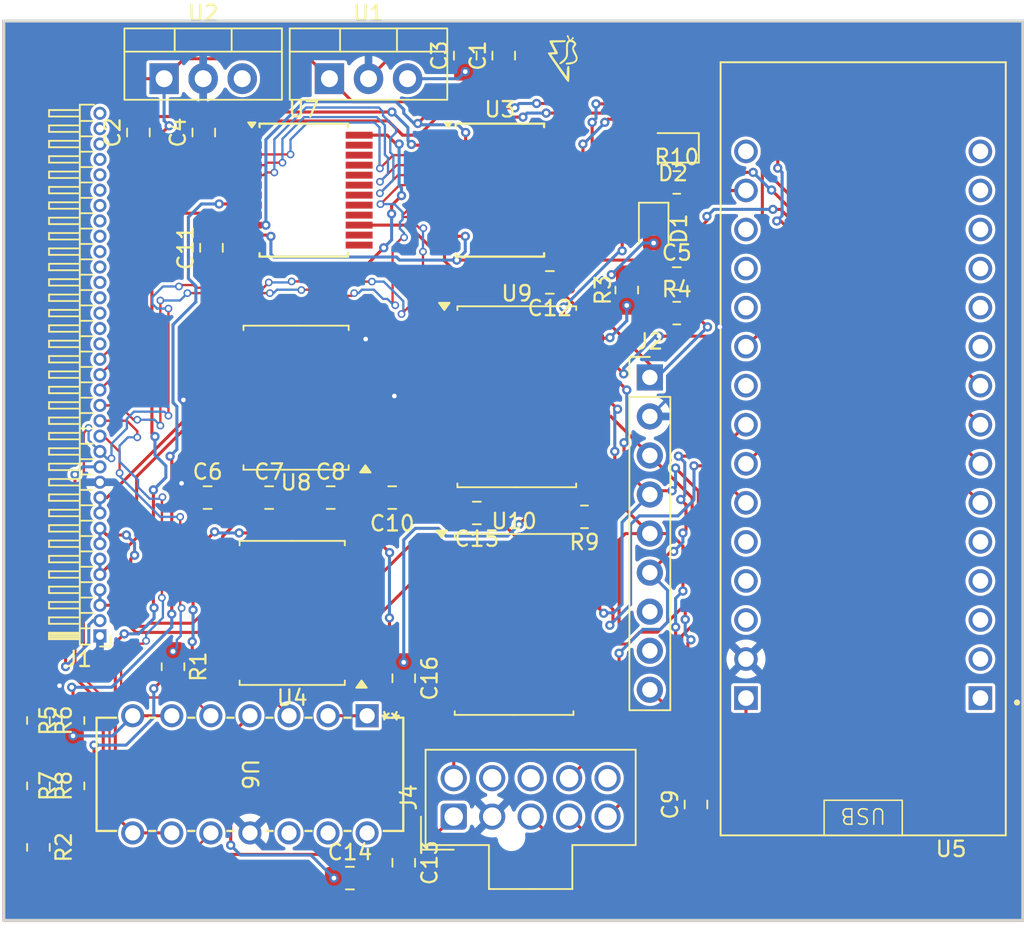
<source format=kicad_pcb>
(kicad_pcb (version 20240108) (generator "pcbnew") (generator_version "8.0")
  (title_block (title "Telemetry Board") (date "2024-08-28") (rev "1.0"))
  (layers (0 "F.Cu" signal) (31 "B.Cu" signal) (34 "B.Paste" user) (35 "F.Paste" user) (36 "B.SilkS" user "B.Silkscreen") (37 "F.SilkS" user "F.Silkscreen") (38 "B.Mask" user) (39 "F.Mask" user) (44 "Edge.Cuts" user))
  (net 0 "")
  (net 1 "GND")
  (net 2 "+12V")
  (net 3 "+5V")
  (net 4 "+9V")
  (net 5 "+3V3")
  (net 7 "CAN2_L")
  (net 8 "Acc Intake Flow Rate")
  (net 9 "Brake Sensor F")
  (net 11 "Brake Sensor B")
  (net 14 "CAN1_H")
  (net 15 "Acc Intake Temp")
  (net 16 "CAN1_L")
  (net 18 "CAN2_H")
  (net 19 "Acc Intake Pressure")
  (net 20 "Steering Sensor")
  (net 21 "Acc Exhaust Temp")
  (net 23 "Brake Sensor F 3V3")
  (net 24 "Brake Sensor R 3V3")
  (net 25 "S2")
  (net 26 "S4")
  (net 28 "S3")
  (net 29 "S1")
  (net 30 "ADC")
  (net 55 "SD Card Detect T{slash}F")
  (net 57 "SPI3_SCLK")
  (net 58 "SPI3_SSEL3")
  (net 60 "SPI3_MISO")
  (net 61 "SPI3_MOSI")
  (net 69 "CAN1_TX")
  (net 70 "CAN1_RX")
  (net 71 "SPI3_SSEL2")
  (net 72 "SPI3-MISO")
  (net 73 "SPI3-SCLK")
  (net 75 "SPI3-MOSI")
  (net 76 "SPI3_SSEL1")
  (net 78 "CAN2_TX")
  (net 79 "CAN2_RX")
  (net 81 "Net-(D1-A)")
  (net 90 "Net-(D2-A)")
  (net 93 "Net-(U9-*RESET)")
  (net 94 "Net-(U6B--)")
  (net 95 "Net-(U6A--)")
  (net 96 "Net-(U10-*RESET)")
  (net 103 "Steering Sensor 3V3")
  (footprint "Package_SO:SOP-8_6.62x9.15mm_P2.54mm" (layer "F.Cu") (at 163.75 115 180)
    (property "Reference" "U4")
    (property "Value" "ISO1050DUB")
  )
  (footprint "Connector_Molex:Molex_Nano-Fit_105310-xx10_2x05_P2.50mm_Vertical" (layer "F.Cu") (at 174.25 128.25 90)
    (property "Reference" "J4")
    (property "Value" "SD to SPI (Molex nanofit)")
  )
  (footprint "Capacitor_SMD:C_0805_2012Metric_Pad1.18x1.45mm_HandSolder" (layer "F.Cu") (at 166.25 107.5)
    (property "Reference" "C8")
    (property "Value" "100nf")
  )
  (footprint "Capacitor_SMD:C_0805_2012Metric_Pad1.18x1.45mm_HandSolder" (layer "F.Cu") (at 171 119.25 -90)
    (property "Reference" "C16")
    (property "Value" "100nf")
  )
  (footprint "Package_TO_SOT_THT:TO-220-3_Vertical" (layer "F.Cu") (at 166.17 80.25)
    (property "Reference" "U1")
    (property "Value" "LM7805_TO220")
  )
  (footprint "FS_3_Global_Footprint_Library:FORMULA SLUG" (layer "F.Cu") (at 184.5 79)
    (property "Reference" "G***" (hide yes))
    (property "Value" "LOGO" (hide yes))
  )
  (footprint "Connector_PinHeader_2.54mm:PinHeader_1x09_P2.54mm_Vertical" (layer "F.Cu") (at 187 99.68)
    (property "Reference" "J2")
    (property "Value" "Conn_01x09_Pin")
  )
  (footprint "Diode_SMD:D_0805_2012Metric" (layer "F.Cu") (at 187.25 90 -90)
    (property "Reference" "D1")
    (property "Value" "CD4148W")
  )
  (footprint "Package_TO_SOT_THT:TO-220-3_Vertical" (layer "F.Cu") (at 155.42 80.25)
    (property "Reference" "U2")
    (property "Value" "LM7809_TO220")
  )
  (footprint "Resistor_SMD:R_0805_2012Metric_Pad1.20x1.40mm_HandSolder" (layer "F.Cu") (at 188.75 87)
    (property "Reference" "R10")
    (property "Value" "10k")
  )
  (footprint "Package_SO:SOP-8_6.62x9.15mm_P2.54mm" (layer "F.Cu") (at 164 101 180)
    (property "Reference" "U8")
    (property "Value" "ISO1050DUB")
  )
  (footprint "FS_3_Global_Footprint_Library:NUCLEO-L432KC" (layer "F.Cu") (at 200.87 104.325 180)
    (property "Reference" "U5")
    (property "Value" "NUCLEO-L432KC")
  )
  (footprint "Capacitor_SMD:C_0805_2012Metric_Pad1.18x1.45mm_HandSolder" (layer "F.Cu") (at 158 83.75 90)
    (property "Reference" "C4")
    (property "Value" "100nf")
  )
  (footprint "Resistor_SMD:R_0805_2012Metric_Pad1.20x1.40mm_HandSolder" (layer "F.Cu") (at 182.75 108.75 180)
    (property "Reference" "R9")
    (property "Value" "10k")
  )
  (footprint "Capacitor_SMD:C_0805_2012Metric_Pad1.18x1.45mm_HandSolder" (layer "F.Cu") (at 177.5 78.75 90)
    (property "Reference" "C1")
    (property "Value" "330nf")
  )
  (footprint "Capacitor_SMD:C_0805_2012Metric_Pad1.18x1.45mm_HandSolder" (layer "F.Cu") (at 171 131.25 -90)
    (property "Reference" "C13")
    (property "Value" "100nf")
  )
  (footprint "Package_SO:SOIC-18W_7.5x11.6mm_P1.27mm" (layer "F.Cu") (at 178.175 115.75)
    (property "Reference" "U10")
    (property "Value" "MCP2515-I/SO")
  )
  (footprint "Resistor_SMD:R_0805_2012Metric_Pad1.20x1.40mm_HandSolder" (layer "F.Cu") (at 188.75 95.5)
    (property "Reference" "R4")
    (property "Value" "10k")
  )
  (footprint "FS_3_Global_Footprint_Library:PDIP14_300MC_MCH" (layer "F.Cu") (at 168.62 121.69 -90)
    (property "Reference" "U6")
    (property "Value" "MCP6004")
  )
  (footprint "Capacitor_SMD:C_0805_2012Metric_Pad1.18x1.45mm_HandSolder" (layer "F.Cu") (at 175.75 108.5 180)
    (property "Reference" "C15")
    (property "Value" "100nf")
  )
  (footprint "Capacitor_SMD:C_0805_2012Metric_Pad1.18x1.45mm_HandSolder" (layer "F.Cu") (at 158.5 91.25 90)
    (property "Reference" "C11")
    (property "Value" "100nf")
  )
  (footprint "Capacitor_SMD:C_0805_2012Metric_Pad1.18x1.45mm_HandSolder" (layer "F.Cu") (at 170.25 107.5 180)
    (property "Reference" "C10")
    (property "Value" "100nf")
  )
  (footprint "Capacitor_SMD:C_0805_2012Metric_Pad1.18x1.45mm_HandSolder" (layer "F.Cu") (at 153.75 83.75 90)
    (property "Reference" "C2")
    (property "Value" "330nf")
  )
  (footprint "Resistor_SMD:R_0805_2012Metric_Pad1.20x1.40mm_HandSolder" (layer "F.Cu") (at 149.5 122 90)
    (property "Reference" "R5")
    (property "Value" "10k")
  )
  (footprint "Capacitor_SMD:C_0805_2012Metric_Pad1.18x1.45mm_HandSolder" (layer "F.Cu") (at 167.5 132.25)
    (property "Reference" "C14")
    (property "Value" "100nf")
  )
  (footprint "Capacitor_SMD:C_0805_2012Metric_Pad1.18x1.45mm_HandSolder" (layer "F.Cu") (at 158.25 107.5)
    (property "Reference" "C6")
    (property "Value" "100nf")
  )
  (footprint "Capacitor_SMD:C_0805_2012Metric_Pad1.18x1.45mm_HandSolder" (layer "F.Cu") (at 180.5 93.5 180)
    (property "Reference" "C12")
    (property "Value" "100nf")
  )
  (footprint "Package_SO:SSOP-24_5.3x8.2mm_P0.65mm" (layer "F.Cu") (at 164.5 87.5)
    (property "Reference" "U7")
    (property "Value" "~")
  )
  (footprint "Resistor_SMD:R_0805_2012Metric_Pad1.20x1.40mm_HandSolder" (layer "F.Cu") (at 147.25 130.25 -90)
    (property "Reference" "R2")
    (property "Value" "20k")
  )
  (footprint "Capacitor_SMD:C_0805_2012Metric_Pad1.18x1.45mm_HandSolder" (layer "F.Cu") (at 162.25 107.5)
    (property "Reference" "C7")
    (property "Value" "100nf")
  )
  (footprint "Connector_PinHeader_1.00mm:PinHeader_1x35_P1.00mm_Horizontal" (layer "F.Cu") (at 151.25 116.5 180)
    (property "Reference" "J1")
    (property "Value" "776180-1")
  )
  (footprint "Capacitor_SMD:C_0805_2012Metric_Pad1.18x1.45mm_HandSolder" (layer "F.Cu") (at 188.75 93.25)
    (property "Reference" "C5")
    (property "Value" "100nf")
  )
  (footprint "Package_SO:SOIC-18W_7.5x11.6mm_P1.27mm" (layer "F.Cu") (at 178.35 100.94)
    (property "Reference" "U9")
    (property "Value" "MCP2515-I/SO")
  )
  (footprint "Resistor_SMD:R_0805_2012Metric_Pad1.20x1.40mm_HandSolder" (layer "F.Cu") (at 185.5 94 90)
    (property "Reference" "R3")
    (property "Value" "10k")
  )
  (footprint "Resistor_SMD:R_0805_2012Metric_Pad1.20x1.40mm_HandSolder" (layer "F.Cu") (at 156 118.5 -90)
    (property "Reference" "R1")
    (property "Value" "10k")
  )
  (footprint "Resistor_SMD:R_0805_2012Metric_Pad1.20x1.40mm_HandSolder" (layer "F.Cu") (at 147.25 122 -90)
    (property "Reference" "R6")
    (property "Value" "20k")
  )
  (footprint "Capacitor_SMD:C_0805_2012Metric_Pad1.18x1.45mm_HandSolder" (layer "F.Cu") (at 190 127.4625 90)
    (property "Reference" "C9")
    (property "Value" "100nf")
  )
  (footprint "Resistor_SMD:R_0805_2012Metric_Pad1.20x1.40mm_HandSolder" (layer "F.Cu") (at 149.5 126.25 90)
    (property "Reference" "R7")
    (property "Value" "10k")
  )
  (footprint "Capacitor_SMD:C_0805_2012Metric_Pad1.18x1.45mm_HandSolder" (layer "F.Cu") (at 175 78.75 90)
    (property "Reference" "C3")
    (property "Value" "100nf")
  )
  (footprint "Resistor_SMD:R_0805_2012Metric_Pad1.20x1.40mm_HandSolder" (layer "F.Cu") (at 147.25 126.25 -90)
    (property "Reference" "R8")
    (property "Value" "20k")
  )
  (footprint "Package_SO:SSOP-24_5.3x8.2mm_P0.65mm" (layer "F.Cu") (at 177.25 87.5)
    (property "Reference" "U3")
    (property "Value" "CD74HC4067SM96")
  )
  (footprint "Diode_SMD:D_0805_2012Metric" (layer "F.Cu") (at 188.5 84.75 180)
    (property "Reference" "D2")
    (property "Value" "CD4148W")
  )
  (gr_rect (start 145 76.5) (end 211.25 135) (stroke (width 0.2)) (fill none) (layer "F.Cu"))
  (gr_rect (start 145 76.5) (end 211.25 135) (stroke (width 0.2)) (fill none) (layer "Edge.Cuts"))
  (segment (start 156.4775 100.946212) (end 156.4775 98.25) (width 0.2) (layer "F.Cu") (net 1))
  (segment (start 161 129.31) (end 163.21 127.1) (width 0.2) (layer "F.Cu") (net 1))
  (segment (start 147.35426 121) (end 148.620905 119.733355) (width 0.2) (layer "F.Cu") (net 1))
  (segment (start 170.9625 132.25) (end 171 132.2875) (width 0.2) (layer "F.Cu") (net 1))
  (segment (start 158.9625 90.2125) (end 159.825 91.075) (width 0.2) (layer "F.Cu") (net 1))
  (segment (start 163.21 127.1) (end 175.6 127.1) (width 0.2) (layer "F.Cu") (net 1))
  (segment (start 171.2475 77.7125) (end 168.71 80.25) (width 0.2) (layer "F.Cu") (net 1))
  (segment (start 165.2125 107.5) (end 165.2125 108.1275) (width 0.2) (layer "F.Cu") (net 1))
  (segment (start 176.75 128.25) (end 173.75 131.25) (width 0.2) (layer "F.Cu") (net 1))
  (segment (start 153.75 82.7125) (end 158 82.7125) (width 0.2) (layer "F.Cu") (net 1))
  (segment (start 173.7 108.2) (end 173.7 106.02) (width 0.2) (layer "F.Cu") (net 1))
  (segment (start 174 108.5) (end 173.7 108.2) (width 0.2) (layer "F.Cu") (net 1))
  (segment (start 184.381372 131.25) (end 189.206372 126.425) (width 0.2) (layer "F.Cu") (net 1))
  (segment (start 157.96 82.6725) (end 158 82.7125) (width 0.2) (layer "F.Cu") (net 1))
  (segment (start 189.7875 93.5375) (end 190.75 94.5) (width 0.2) (layer "F.Cu") (net 1))
  (segment (start 172.7125 132.2875) (end 173.75 131.25) (width 0.2) (layer "F.Cu") (net 1))
  (segment (start 190.75 95.551471) (end 191.550003 96.351474) (width 0.2) (layer "F.Cu") (net 1))
  (segment (start 156.4775 98.25) (end 157.5375 97.19) (width 0.2) (layer "F.Cu") (net 1))
  (segment (start 159.225 110.025) (end 159.225 111.19) (width 0.2) (layer "F.Cu") (net 1))
  (segment (start 156.6775 101.146212) (end 156.4775 100.946212) (width 0.2) (layer "F.Cu") (net 1))
  (segment (start 172.9825 120.2875) (end 173.525 120.83) (width 0.2) (layer "F.Cu") (net 1))
  (segment (start 171.2875 101.7875) (end 170.391489 100.891489) (width 0.2) (layer "F.Cu") (net 1))
  (segment (start 161.2125 108.0375) (end 159.225 110.025) (width 0.2) (layer "F.Cu") (net 1))
  (segment (start 177.5 77.7125) (end 175 77.7125) (width 0.2) (layer "F.Cu") (net 1))
  (segment (start 179.4625 93.5) (end 175.051471 93.5) (width 0.2) (layer "F.Cu") (net 1))
  (segment (start 171 120.2875) (end 172.9825 120.2875) (width 0.2) (layer "F.Cu") (net 1))
  (segment (start 173.65 92.098529) (end 173.65 91.075) (width 0.2) (layer "F.Cu") (net 1))
  (segment (start 172.6 91.075) (end 173.65 91.075) (width 0.2) (layer "F.Cu") (net 1))
  (segment (start 190.75 94.5) (end 190.75 95.551471) (width 0.2) (layer "F.Cu") (net 1))
  (segment (start 190 126.425) (end 190 121.25) (width 0.2) (layer "F.Cu") (net 1))
  (segment (start 161.2125 107.75) (end 161.2125 108.0375) (width 0.2) (layer "F.Cu") (net 1))
  (segment (start 175 77.7125) (end 171.2475 77.7125) (width 0.2) (layer "F.Cu") (net 1))
  (segment (start 157.2125 107.224307) (end 156.556428 106.568235) (width 0.2) (layer "F.Cu") (net 1))
  (segment (start 175.051471 93.5) (end 173.65 92.098529) (width 0.2) (layer "F.Cu") (net 1))
  (segment (start 189.7875 93.25) (end 189.7875 93.5375) (width 0.2) (layer "F.Cu") (net 1))
  (segment (start 171.2875 107.5) (end 171.2875 101.7875) (width 0.2) (layer "F.Cu") (net 1))
  (segment (start 191.550003 96.351474) (end 191.550003 96.4) (width 0.2) (layer "F.Cu") (net 1))
  (segment (start 168.1 89.775) (end 171.3 89.775) (width 0.2) (layer "F.Cu") (net 1))
  (segment (start 190 121.25) (end 193.25 118) (width 0.2) (layer "F.Cu") (net 1))
  (segment (start 147.25 125.25) (end 146.25 124.25) (width 0.2) (layer "F.Cu") (net 1))
  (segment (start 171.3 89.775) (end 172.6 91.075) (width 0.2) (layer "F.Cu") (net 1))
  (segment (start 157.5375 97.19) (end 159.475 97.19) (width 0.2) (layer "F.Cu") (net 1))
  (segment (start 158.5 90.2125) (end 158.9625 90.2125) (width 0.2) (layer "F.Cu") (net 1))
  (segment (start 159.825 91.075) (end 160.9 91.075) (width 0.2) (layer "F.Cu") (net 1))
  (segment (start 189.206372 126.425) (end 190 126.425) (width 0.2) (layer "F.Cu") (net 1))
  (segment (start 174.7125 108.5) (end 174 108.5) (width 0.2) (layer "F.Cu") (net 1))
  (segment (start 147.25 129.25) (end 146.25 128.25) (width 0.2) (layer "F.Cu") (net 1))
  (segment (start 146.25 124.25) (end 146.25 122) (width 0.2) (layer "F.Cu") (net 1))
  (segment (start 165.2125 108.1275) (end 168.275 111.19) (width 0.2) (layer "F.Cu") (net 1))
  (segment (start 146.25 128.25) (end 146.25 124.25) (width 0.2) (layer "F.Cu") (net 1))
  (segment (start 157.96 80.25) (end 157.96 82.6725) (width 0.2) (layer "F.Cu") (net 1))
  (segment (start 173.75 131.25) (end 184.381372 131.25) (width 0.2) (layer "F.Cu") (net 1))
  (segment (start 157.2125 107.75) (end 157.2125 107.224307) (width 0.2) (layer "F.Cu") (net 1))
  (segment (start 147.25 121) (end 147.35426 121) (width 0.2) (layer "F.Cu") (net 1))
  (segment (start 146.25 122) (end 147.25 121) (width 0.2) (layer "F.Cu") (net 1))
  (segment (start 168.5375 132.25) (end 170.9625 132.25) (width 0.2) (layer "F.Cu") (net 1))
  (segment (start 171 132.2875) (end 172.7125 132.2875) (width 0.2) (layer "F.Cu") (net 1))
  (segment (start 175.6 127.1) (end 176.75 128.25) (width 0.2) (layer "F.Cu") (net 1))
  (via (at 156.6775 101.146212) (size 0.6) (drill 0.3) (layers "F.Cu" "B.Cu") (net 1))
  (via (at 156.556428 106.568235) (size 0.6) (drill 0.3) (layers "F.Cu" "B.Cu") (net 1))
  (via (at 148.620905 119.733355) (size 0.6) (drill 0.3) (layers "F.Cu" "B.Cu") (net 1))
  (via (at 168.525 97.19) (size 0.6) (drill 0.3) (layers "F.Cu" "B.Cu") (net 1))
  (via (at 170.391489 100.891489) (size 0.6) (drill 0.3) (layers "F.Cu" "B.Cu") (net 1))
  (via (at 191.550003 96.4) (size 0.6) (drill 0.3) (layers "F.Cu" "B.Cu") (net 1))
  (segment (start 190.75 97) (end 188.15 99.6) (width 0.2) (layer "B.Cu") (net 1))
  (segment (start 170.391489 100.891489) (end 170.391489 97.891489) (width 0.2) (layer "B.Cu") (net 1))
  (segment (start 151.25 117.10426) (end 151.25 116.5) (width 0.2) (layer "B.Cu") (net 1))
  (segment (start 156.816098 106.308565) (end 156.816098 102.388901) (width 0.2) (layer "B.Cu") (net 1))
  (segment (start 148.620905 119.733355) (end 151.25 117.10426) (width 0.2) (layer "B.Cu") (net 1))
  (segment (start 190.998529 97) (end 190.75 97) (width 0.2) (layer "B.Cu") (net 1))
  (segment (start 191.550003 96.4) (end 191.550003 96.448526) (width 0.2) (layer "B.Cu") (net 1))
  (segment (start 156.816098 102.388901) (end 157.016098 102.188901) (width 0.2) (layer "B.Cu") (net 1))
  (segment (start 157.016098 102.188901) (end 157.016098 101.48481) (width 0.2) (layer "B.Cu") (net 1))
  (segment (start 188.15 99.6) (end 188.15 101.07) (width 0.2) (layer "B.Cu") (net 1))
  (segment (start 157.016098 101.48481) (end 156.6775 101.146212) (width 0.2) (layer "B.Cu") (net 1))
  (segment (start 191.550003 96.448526) (end 190.998529 97) (width 0.2) (layer "B.Cu") (net 1))
  (segment (start 169.69 97.19) (end 168.525 97.19) (width 0.2) (layer "B.Cu") (net 1))
  (segment (start 170.391489 97.891489) (end 169.69 97.19) (width 0.2) (layer "B.Cu") (net 1))
  (segment (start 156.556428 106.568235) (end 156.816098 106.308565) (width 0.2) (layer "B.Cu") (net 1))
  (segment (start 188.15 101.07) (end 187 102.22) (width 0.2) (layer "B.Cu") (net 1))
  (segment (start 152.474695 80.25) (end 150.5 82.224695) (width 0.2) (layer "F.Cu") (net 2))
  (segment (start 149.825 105) (end 149.776471 105) (width 0.2) (layer "F.Cu") (net 2))
  (segment (start 175.54013 81.74737) (end 177.5 79.7875) (width 0.2) (layer "F.Cu") (net 2))
  (segment (start 149.825 102.675) (end 149.825 105) (width 0.2) (layer "F.Cu") (net 2))
  (segment (start 149.015365 105.761106) (end 149.015365 118.490365) (width 0.2) (layer "F.Cu") (net 2))
  (segment (start 164.87 78.95) (end 156.72 78.95) (width 0.2) (layer "F.Cu") (net 2))
  (segment (start 153.75 84.7875) (end 154.275 84.7875) (width 0.2) (layer "F.Cu") (net 2))
  (segment (start 166.17 80.25) (end 164.87 78.95) (width 0.2) (layer "F.Cu") (net 2))
  (segment (start 166.17 80.25) (end 167.66737 81.74737) (width 0.2) (layer "F.Cu") (net 2))
  (segment (start 150.5 102) (end 149.825 102.675) (width 0.2) (layer "F.Cu") (net 2))
  (segment (start 154.275 84.7875) (end 155.75 83.3125) (width 0.2) (layer "F.Cu") (net 2))
  (segment (start 149.776471 105) (end 149.015365 105.761106) (width 0.2) (layer "F.Cu") (net 2))
  (segment (start 155.42 80.25) (end 152.474695 80.25) (width 0.2) (layer "F.Cu") (net 2))
  (segment (start 167.66737 81.74737) (end 175.54013 81.74737) (width 0.2) (layer "F.Cu") (net 2))
  (segment (start 156.72 78.95) (end 155.42 80.25) (width 0.2) (layer "F.Cu") (net 2))
  (segment (start 150.5 82.224695) (end 150.5 102) (width 0.2) (layer "F.Cu") (net 2))
  (via (at 155.75 83.3125) (size 0.6) (drill 0.3) (layers "F.Cu" "B.Cu") (net 2))
  (via (at 149.015365 118.490365) (size 0.6) (drill 0.3) (layers "F.Cu" "B.Cu") (net 2))
  (segment (start 155.42 82.9825) (end 155.42 80.25) (width 0.2) (layer "B.Cu") (net 2))
  (segment (start 149.015365 118.484635) (end 150.525 116.975) (width 0.2) (layer "B.Cu") (net 2))
  (segment (start 149.015365 118.490365) (end 149.015365 118.484635) (width 0.2) (layer "B.Cu") (net 2))
  (segment (start 150.525 116.975) (end 150.525 115.775) (width 0.2) (layer "B.Cu") (net 2))
  (segment (start 150.8 115.5) (end 151.25 115.5) (width 0.2) (layer "B.Cu") (net 2))
  (segment (start 150.525 115.775) (end 150.8 115.5) (width 0.2) (layer "B.Cu") (net 2))
  (segment (start 155.75 83.3125) (end 155.42 82.9825) (width 0.2) (layer "B.Cu") (net 2))
  (segment (start 161 121.69) (end 159.75 122.94) (width 0.2) (layer "F.Cu") (net 3))
  (segment (start 158.06 118.81) (end 159.225 118.81) (width 0.2) (layer "F.Cu") (net 3))
  (segment (start 158.341765 105.943235) (end 159.475 104.81) (width 0.2) (layer "F.Cu") (net 3))
  (segment (start 163.2875 107.75) (end 161.238235 109.799265) (width 0.2) (layer "F.Cu") (net 3))
  (segment (start 169.925 83.925) (end 168.1 83.925) (width 0.2) (layer "F.Cu") (net 3))
  (segment (start 159.2875 107.75) (end 159.2875 107.5375) (width 0.2) (layer "F.Cu") (net 3))
  (segment (start 170.498348 84.498348) (end 169.925 83.925) (width 0.2) (layer "F.Cu") (net 3))
  (segment (start 170.211763 88.498591) (end 170.855177 87.855177) (width 0.2) (layer "F.Cu") (net 3))
  (segment (start 159.75 122.94) (end 159.75 130.1093) (width 0.2) (layer "F.Cu") (net 3))
  (segment (start 158.5 92.2875) (end 168.6625 92.2875) (width 0.2) (layer "F.Cu") (net 3))
  (segment (start 170.211763 89.038237) (end 170.211763 88.498591) (width 0.2) (layer "F.Cu") (net 3))
  (segment (start 158.341765 106.591765) (end 158.341765 105.943235) (width 0.2) (layer "F.Cu") (net 3))
  (segment (start 168.6625 92.2875) (end 169.7 91.25) (width 0.2) (layer "F.Cu") (net 3))
  (segment (start 157.25 118) (end 158.06 118.81) (width 0.2) (layer "F.Cu") (net 3))
  (segment (start 158.705744 109.724378) (end 157.303235 111.126887) (width 0.2) (layer "F.Cu") (net 3))
  (segment (start 157.303235 111.126887) (end 157.303235 114.803235) (width 0.2) (layer "F.Cu") (net 3))
  (segment (start 157.25 116.87) (end 157.25 118) (width 0.2) (layer "F.Cu") (net 3))
  (segment (start 159.2875 107.5375) (end 158.341765 106.591765) (width 0.2) (layer "F.Cu") (net 3))
  (segment (start 161.238235 109.799265) (end 160.299265 109.799265) (width 0.2) (layer "F.Cu") (net 3))
  (segment (start 170.700442 84.498348) (end 170.498348 84.498348) (width 0.2) (layer "F.Cu") (net 3))
  (via (at 170.855177 87.855177) (size 0.6) (drill 0.3) (layers "F.Cu" "B.Cu") (net 3))
  (via (at 157.25 116.87) (size 0.6) (drill 0.3) (layers "F.Cu" "B.Cu") (net 3))
  (via (at 170.211763 89.038237) (size 0.6) (drill 0.3) (layers "F.Cu" "B.Cu") (net 3))
  (via (at 175 79.7875) (size 0.6) (drill 0.3) (layers "F.Cu" "B.Cu") (net 3))
  (via (at 158.705744 109.724378) (size 0.6) (drill 0.3) (layers "F.Cu" "B.Cu") (net 3))
  (via (at 157.303235 114.803235) (size 0.6) (drill 0.3) (layers "F.Cu" "B.Cu") (net 3))
  (via (at 166.4625 132.25) (size 0.6) (drill 0.3) (layers "F.Cu" "B.Cu") (net 3))
  (via (at 169.7 91.25) (size 0.6) (drill 0.3) (layers "F.Cu" "B.Cu") (net 3))
  (via (at 159.75 130.1093) (size 0.6) (drill 0.3) (layers "F.Cu" "B.Cu") (net 3))
  (via (at 170.700442 84.498348) (size 0.6) (drill 0.3) (layers "F.Cu" "B.Cu") (net 3))
  (via (at 160.299265 109.799265) (size 0.6) (drill 0.3) (layers "F.Cu" "B.Cu") (net 3))
  (segment (start 160.299265 109.799265) (end 158.780631 109.799265) (width 0.2) (layer "B.Cu") (net 3))
  (segment (start 174.5375 80.25) (end 175 79.7875) (width 0.2) (layer "B.Cu") (net 3))
  (segment (start 160.3907 130.75) (end 164.9625 130.75) (width 0.2) (layer "B.Cu") (net 3))
  (segment (start 164.9625 130.75) (end 166.4625 132.25) (width 0.2) (layer "B.Cu") (net 3))
  (segment (start 157.303235 114.803235) (end 157.303235 116.888235) (width 0.2) (layer "B.Cu") (net 3))
  (segment (start 157.303235 116.888235) (end 157.268235 116.888235) (width 0.2) (layer "B.Cu") (net 3))
  (segment (start 157.268235 116.888235) (end 157.25 116.87) (width 0.2) (layer "B.Cu") (net 3))
  (segment (start 159.75 130.1093) (end 160.3907 130.75) (width 0.2) (layer "B.Cu") (net 3))
  (segment (start 170.211763 90.738237) (end 170.211763 89.038237) (width 0.2) (layer "B.Cu") (net 3))
  (segment (start 171.25 80.25) (end 174.5375 80.25) (width 0.2) (layer "B.Cu") (net 3))
  (segment (start 158.780631 109.799265) (end 158.705744 109.724378) (width 0.2) (layer "B.Cu") (net 3))
  (segment (start 169.7 91.25) (end 170.211763 90.738237) (width 0.2) (layer "B.Cu") (net 3))
  (segment (start 170.700442 87.200442) (end 170.700442 84.498348) (width 0.2) (layer "B.Cu") (net 3))
  (segment (start 170.855177 87.355177) (end 170.700442 87.200442) (width 0.2) (layer "B.Cu") (net 3))
  (segment (start 170.855177 87.855177) (end 170.855177 87.355177) (width 0.2) (layer "B.Cu") (net 3))
  (segment (start 193.25 120.54) (end 193.25 125.25) (width 0.2) (layer "F.Cu") (net 4))
  (segment (start 193.25 125.25) (end 190 128.5) (width 0.2) (layer "F.Cu") (net 4))
  (segment (start 193.21 120.5) (end 193 120.5) (width 0.2) (layer "B.Cu") (net 4))
  (segment (start 181.5375 93.5) (end 181.5375 94.3975) (width 0.2) (layer "F.Cu") (net 5))
  (segment (start 176.7875 108.5375) (end 178.92 110.67) (width 0.2) (layer "F.Cu") (net 5))
  (segment (start 183 95.86) (end 184.024999 95.86) (width 0.2) (layer "F.Cu") (net 5))
  (segment (start 187 98.835001) (end 187 99.68) (width 0.2) (layer "F.Cu") (net 5))
  (segment (start 189.75 95.5) (end 189.85 95.5) (width 0.2) (layer "F.Cu") (net 5))
  (segment (start 188.4375 90.25) (end 189.388628 90.25) (width 0.2) (layer "F.Cu") (net 5))
  (segment (start 184.024999 95.86) (end 187 98.835001) (width 0.2) (layer "F.Cu") (net 5))
  (segment (start 189.75 87) (end 190 87) (width 0.2) (layer "F.Cu") (net 5))
  (segment (start 171 130.2125) (end 172.2875 130.2125) (width 0.2) (layer "F.Cu") (net 5))
  (segment (start 169.2125 107.5) (end 169.2125 105.4975) (width 0.2) (layer "F.Cu") (net 5))
  (segment (start 190.110735 89.527893) (end 190.110735 88.962206) (width 0.2) (layer "F.Cu") (net 5))
  (segment (start 178.92 110.67) (end 182.825 110.67) (width 0.2) (layer "F.Cu") (net 5))
  (segment (start 191.552941 87.52) (end 193.25 87.52) (width 0.2) (layer "F.Cu") (net 5))
  (segment (start 170.5032 130.7093) (end 152.800391 130.7093) (width 0.2) (layer "F.Cu") (net 5))
  (segment (start 190.110735 88.962206) (end 191.552941 87.52) (width 0.2) (layer "F.Cu") (net 5))
  (segment (start 190.52 87.52) (end 193.25 87.52) (width 0.2) (layer "F.Cu") (net 5))
  (segment (start 190 87) (end 190.52 87.52) (width 0.2) (layer "F.Cu") (net 5))
  (segment (start 151.463603 121.036396) (end 149.625 119.197793) (width 0.2) (layer "F.Cu") (net 5))
  (segment (start 187.25 89.0625) (end 188.4375 90.25) (width 0.2) (layer "F.Cu") (net 5))
  (segment (start 189.388628 90.25) (end 190.110735 89.527893) (width 0.2) (layer "F.Cu") (net 5))
  (segment (start 151.463603 129.372512) (end 151.463603 121.036396) (width 0.2) (layer "F.Cu") (net 5))
  (segment (start 191.954314 87.52) (end 193.25 87.52) (width 0.2) (layer "F.Cu") (net 5))
  (segment (start 149.625 119.197793) (end 149.625 106) (width 0.2) (layer "F.Cu") (net 5))
  (segment (start 189.85 95.5) (end 190.75 96.4) (width 0.2) (layer "F.Cu") (net 5))
  (segment (start 172.2875 130.2125) (end 174.25 128.25) (width 0.2) (layer "F.Cu") (net 5))
  (segment (start 189.4375 84.75) (end 189.4375 85.003186) (width 0.2) (layer "F.Cu") (net 5))
  (segment (start 152.800391 130.7093) (end 151.463603 129.372512) (width 0.2) (layer "F.Cu") (net 5))
  (segment (start 176.7875 108.5) (end 176.7875 108.5375) (width 0.2) (layer "F.Cu") (net 5))
  (segment (start 170.071765 117.013235) (end 168.275 118.81) (width 0.2) (layer "F.Cu") (net 5))
  (segment (start 167.2875 108.2875) (end 170.078235 111.078235) (width 0.2) (layer "F.Cu") (net 5))
  (segment (start 167.2875 107.5) (end 167.2875 108.2875) (width 0.2) (layer "F.Cu") (net 5))
  (segment (start 170.071765 115.321765) (end 170.071765 117.013235) (width 0.2) (layer "F.Cu") (net 5))
  (segment (start 181.5375 94.3975) (end 183 95.86) (width 0.2) (layer "F.Cu") (net 5))
  (segment (start 189.4375 85.003186) (end 191.954314 87.52) (width 0.2) (layer "F.Cu") (net 5))
  (segment (start 169.2125 105.4975) (end 168.525 104.81) (width 0.2) (layer "F.Cu") (net 5))
  (segment (start 171 130.2125) (end 170.5032 130.7093) (width 0.2) (layer "F.Cu") (net 5))
  (via (at 149.625 106) (size 0.6) (drill 0.3) (layers "F.Cu" "B.Cu") (net 5))
  (via (at 170.071765 115.321765) (size 0.6) (drill 0.3) (layers "F.Cu" "B.Cu") (net 5))
  (via (at 170.078235 111.078235) (size 0.6) (drill 0.3) (layers "F.Cu" "B.Cu") (net 5))
  (via (at 190.75 96.4) (size 0.6) (drill 0.3) (layers "F.Cu" "B.Cu") (net 5))
  (segment (start 190.75 96.4) (end 187.47 99.68) (width 0.2) (layer "B.Cu") (net 5))
  (segment (start 150.125 105.5) (end 151.25 105.5) (width 0.2) (layer "B.Cu") (net 5))
  (segment (start 187.47 99.68) (end 187 99.68) (width 0.2) (layer "B.Cu") (net 5))
  (segment (start 170.078235 111.078235) (end 170.071765 111.084705) (width 0.2) (layer "B.Cu") (net 5))
  (segment (start 170.071765 111.084705) (end 170.071765 115.321765) (width 0.2) (layer "B.Cu") (net 5))
  (segment (start 149.625 106) (end 150.125 105.5) (width 0.2) (layer "B.Cu") (net 5))
  (segment (start 159.475 99.73) (end 151.705 107.5) (width 0.2) (layer "F.Cu") (net 7))
  (segment (start 151.705 107.5) (end 151.25 107.5) (width 0.2) (layer "F.Cu") (net 7))
  (segment (start 151.25 107.5) (end 151.25 108.5) (width 0.2) (layer "B.Cu") (net 7))
  (segment (start 152.5 97.25) (end 152.5 88.5) (width 0.15) (layer "F.Cu") (net 8))
  (segment (start 155.5 85.5) (end 159.66967 85.5) (width 0.15) (layer "F.Cu") (net 8))
  (segment (start 159.94467 85.225) (end 160.9 85.225) (width 0.15) (layer "F.Cu") (net 8))
  (segment (start 163.638393 85.17632) (end 160.94868 85.17632) (width 0.15) (layer "F.Cu") (net 8))
  (segment (start 151.25 98.5) (end 152.5 97.25) (width 0.15) (layer "F.Cu") (net 8))
  (segment (start 170.310337 85.225) (end 169.450442 86.084895) (width 0.15) (layer "F.Cu") (net 8))
  (segment (start 173.65 85.225) (end 170.310337 85.225) (width 0.15) (layer "F.Cu") (net 8))
  (segment (start 152.5 88.5) (end 155.5 85.5) (width 0.15) (layer "F.Cu") (net 8))
  (segment (start 159.66967 85.5) (end 159.94467 85.225) (width 0.15) (layer "F.Cu") (net 8))
  (segment (start 160.94868 85.17632) (end 160.9 85.225) (width 0.15) (layer "F.Cu") (net 8))
  (via (at 169.450442 86.084895) (size 0.5) (drill 0.3) (layers "F.Cu" "B.Cu") (net 8))
  (via (at 163.638393 85.17632) (size 0.5) (drill 0.3) (layers "F.Cu" "B.Cu") (net 8))
  (segment (start 164.75 83.1) (end 163.638393 84.211607) (width 0.15) (layer "B.Cu") (net 8))
  (segment (start 169.450442 86.084895) (end 169.425442 86.059895) (width 0.15) (layer "B.Cu") (net 8))
  (segment (start 169.425442 86.059895) (end 169.425442 83.75) (width 0.15) (layer "B.Cu") (net 8))
  (segment (start 163.638393 84.211607) (end 163.638393 85.17632) (width 0.15) (layer "B.Cu") (net 8))
  (segment (start 169.1 83.1) (end 164.75 83.1) (width 0.15) (layer "B.Cu") (net 8))
  (segment (start 169.425442 83.75) (end 169.425442 83.425442) (width 0.15) (layer "B.Cu") (net 8))
  (segment (start 169.425442 83.425442) (end 169.1 83.1) (width 0.15) (layer "B.Cu") (net 8))
  (segment (start 156 117.5) (end 159.1657 120.6657) (width 0.15) (layer "F.Cu") (net 9))
  (segment (start 159.1657 120.6657) (end 162.5157 120.6657) (width 0.15) (layer "F.Cu") (net 9))
  (segment (start 152.52793 104.52793) (end 152.52793 105.899252) (width 0.15) (layer "F.Cu") (net 9))
  (segment (start 151.25 103.5) (end 151.5 103.5) (width 0.15) (layer "F.Cu") (net 9))
  (segment (start 151.5 103.5) (end 152.52793 104.52793) (width 0.15) (layer "F.Cu") (net 9))
  (segment (start 156.467563 114.592112) (end 156.562316 114.686865) (width 0.15) (layer "F.Cu") (net 9))
  (segment (start 162.5157 120.6657) (end 163.54 121.69) (width 0.15) (layer "F.Cu") (net 9))
  (segment (start 156.467563 108.75) (end 156.467563 114.592112) (width 0.15) (layer "F.Cu") (net 9))
  (via (at 156 117.5) (size 0.5) (drill 0.3) (layers "F.Cu" "B.Cu") (net 9))
  (via (at 156.467563 108.75) (size 0.5) (drill 0.3) (layers "F.Cu" "B.Cu") (net 9))
  (via (at 156 117.5) (size 0.5) (drill 0.3) (layers "F.Cu" "B.Cu") (net 9))
  (via (at 152.52793 105.899252) (size 0.5) (drill 0.3) (layers "F.Cu" "B.Cu") (net 9))
  (via (at 156.562316 114.686865) (size 0.5) (drill 0.3) (layers "F.Cu" "B.Cu") (net 9))
  (segment (start 152.52793 106.110835) (end 155.167095 108.75) (width 0.15) (layer "B.Cu") (net 9))
  (segment (start 152.52793 105.899252) (end 152.52793 106.110835) (width 0.15) (layer "B.Cu") (net 9))
  (segment (start 156.562316 114.686865) (end 156.5 114.749181) (width 0.15) (layer "B.Cu") (net 9))
  (segment (start 156.5 116.5) (end 156.25 116.75) (width 0.15) (layer "B.Cu") (net 9))
  (segment (start 155.167095 108.75) (end 156.467563 108.75) (width 0.15) (layer "B.Cu") (net 9))
  (segment (start 156.5 114.749181) (end 156.5 116.5) (width 0.15) (layer "B.Cu") (net 9))
  (segment (start 156.25 116.75) (end 156.25 117.25) (width 0.15) (layer "B.Cu") (net 9))
  (segment (start 156.25 117.25) (end 156 117.5) (width 0.15) (layer "B.Cu") (net 9))
  (segment (start 153 102.5) (end 151.25 102.5) (width 0.15) (layer "F.Cu") (net 11))
  (segment (start 155.275243 114.013786) (end 155.275243 107.50384) (width 0.15) (layer "F.Cu") (net 11))
  (segment (start 158.46 121.69) (end 157.27 120.5) (width 0.15) (layer "F.Cu") (net 11))
  (segment (start 152.625 120.375) (end 152.625 119.75) (width 0.15) (layer "F.Cu") (net 11))
  (segment (start 152.75 117) (end 154.069617 117) (width 0.15) (layer "F.Cu") (net 11))
  (segment (start 153.6775 103.1775) (end 153 102.5) (width 0.15) (layer "F.Cu") (net 11))
  (segment (start 152.75 120.5) (end 152.625 120.375) (width 0.15) (layer "F.Cu") (net 11))
  (segment (start 152.625 117.125) (end 152.75 117) (width 0.15) (layer "F.Cu") (net 11))
  (segment (start 155.275243 107.50384) (end 155.312221 107.466862) (width 0.15) (layer "F.Cu") (net 11))
  (segment (start 153.6775 103.578588) (end 153.6775 103.1775) (width 0.15) (layer "F.Cu") (net 11))
  (segment (start 154.069617 117) (end 154.249617 116.82) (width 0.15) (layer "F.Cu") (net 11))
  (segment (start 157.27 120.5) (end 154 120.5) (width 0.15) (layer "F.Cu") (net 11))
  (segment (start 154 120.5) (end 152.75 120.5) (width 0.15) (layer "F.Cu") (net 11))
  (segment (start 152.625 119.75) (end 152.625 117.125) (width 0.15) (layer "F.Cu") (net 11))
  (via (at 155.275243 114.013786) (size 0.5) (drill 0.3) (layers "F.Cu" "B.Cu") (net 11))
  (via (at 154.249617 116.82) (size 0.5) (drill 0.3) (layers "F.Cu" "B.Cu") (net 11))
  (via (at 155.312221 107.466862) (size 0.5) (drill 0.3) (layers "F.Cu" "B.Cu") (net 11))
  (via (at 153.6775 103.578588) (size 0.5) (drill 0.3) (layers "F.Cu" "B.Cu") (net 11))
  (segment (start 155.342563 114.081106) (end 155.275243 114.013786) (width 0.15) (layer "B.Cu") (net 11))
  (segment (start 154.249617 116.82) (end 154.249617 116.399242) (width 0.15) (layer "B.Cu") (net 11))
  (segment (start 155.204083 107.575) (end 154.48707 107.575) (width 0.15) (layer "B.Cu") (net 11))
  (segment (start 152.525 105.153859) (end 152.525 104.121354) (width 0.15) (layer "B.Cu") (net 11))
  (segment (start 153.727279 106.356138) (end 152.525 105.153859) (width 0.15) (layer "B.Cu") (net 11))
  (segment (start 153.727279 106.815209) (end 153.727279 106.356138) (width 0.15) (layer "B.Cu") (net 11))
  (segment (start 152.525 104.121354) (end 153.067766 103.578588) (width 0.15) (layer "B.Cu") (net 11))
  (segment (start 155.342563 115.306296) (end 155.342563 114.081106) (width 0.15) (layer "B.Cu") (net 11))
  (segment (start 154.94943 115.699429) (end 155.342563 115.306296) (width 0.15) (layer "B.Cu") (net 11))
  (segment (start 155.312221 107.466862) (end 155.204083 107.575) (width 0.15) (layer "B.Cu") (net 11))
  (segment (start 154.48707 107.575) (end 153.727279 106.815209) (width 0.15) (layer "B.Cu") (net 11))
  (segment (start 153.067766 103.578588) (end 153.6775 103.578588) (width 0.15) (layer "B.Cu") (net 11))
  (segment (start 154.249617 116.399242) (end 154.94943 115.699429) (width 0.15) (layer "B.Cu") (net 11))
  (segment (start 151.25 114.5) (end 152.843197 114.5) (width 0.2) (layer "F.Cu") (net 14))
  (segment (start 159.225 116.27) (end 158.265 116.27) (width 0.2) (layer "F.Cu") (net 14))
  (segment (start 151.316789 114.5) (end 151.25 114.5) (width 0.2) (layer "F.Cu") (net 14))
  (segment (start 153 115.684215) (end 153.585785 116.27) (width 0.2) (layer "F.Cu") (net 14))
  (segment (start 152.843197 114.5) (end 153 114.656803) (width 0.2) (layer "F.Cu") (net 14))
  (segment (start 153 114.656803) (end 153 115.684215) (width 0.2) (layer "F.Cu") (net 14))
  (segment (start 153.585785 116.27) (end 159.225 116.27) (width 0.2) (layer "F.Cu") (net 14))
  (segment (start 151.25 113.5) (end 151.25 114.5) (width 0.2) (layer "B.Cu") (net 14))
  (segment (start 165.75533 93.975) (end 164.372907 93.975) (width 0.15) (layer "F.Cu") (net 15))
  (segment (start 170.275 94.814742) (end 170.448561 94.988303) (width 0.15) (layer "F.Cu") (net 15))
  (segment (start 162.297477 94.2) (end 156.935502 94.2) (width 0.15) (layer "F.Cu") (net 15))
  (segment (start 152.5 101.5) (end 151.25 101.5) (width 0.15) (layer "F.Cu") (net 15))
  (segment (start 155.177499 102.815926) (end 155.1775 102.815927) (width 0.15) (layer "F.Cu") (net 15))
  (segment (start 166.15533 94.375) (end 165.75533 93.975) (width 0.15) (layer "F.Cu") (net 15))
  (segment (start 153.6775 102.435038) (end 153.435038 102.435038) (width 0.15) (layer "F.Cu") (net 15))
  (segment (start 153.8525 101.1475) (end 153.8525 88.9975) (width 0.15) (layer "F.Cu") (net 15))
  (segment (start 167.779101 94.2) (end 167.604101 94.375) (width 0.15) (layer "F.Cu") (net 15))
  (segment (start 169.486092 88.411089) (end 170.722181 87.175) (width 0.15) (layer "F.Cu") (net 15))
  (segment (start 170.722181 87.175) (end 173.65 87.175) (width 0.15) (layer "F.Cu") (net 15))
  (segment (start 167.604101 94.375) (end 166.25 94.375) (width 0.15) (layer "F.Cu") (net 15))
  (segment (start 166.25 94.375) (end 166.15533 94.375) (width 0.15) (layer "F.Cu") (net 15))
  (segment (start 153.8525 88.9975) (end 155.675 87.175) (width 0.15) (layer "F.Cu") (net 15))
  (segment (start 171.022644 90.575735) (end 170.985206 90.613173) (width 0.15) (layer "F.Cu") (net 15))
  (segment (start 155.177499 94.677817) (end 155.177499 102.815926) (width 0.15) (layer "F.Cu") (net 15))
  (segment (start 170.875003 90.613173) (end 170.275 91.213176) (width 0.15) (layer "F.Cu") (net 15))
  (segment (start 155.675 87.175) (end 160.9 87.175) (width 0.15) (layer "F.Cu") (net 15))
  (segment (start 153.5 101.5) (end 153.8525 101.1475) (width 0.15) (layer "F.Cu") (net 15))
  (segment (start 164.372907 93.975) (end 164.347907 94) (width 0.15) (layer "F.Cu") (net 15))
  (segment (start 170.275 91.213176) (end 170.275 94.814742) (width 0.15) (layer "F.Cu") (net 15))
  (segment (start 153.435038 102.435038) (end 152.5 101.5) (width 0.15) (layer "F.Cu") (net 15))
  (segment (start 170.985206 90.613173) (end 170.875003 90.613173) (width 0.15) (layer "F.Cu") (net 15))
  (segment (start 151.25 101.5) (end 153.5 101.5) (width 0.15) (layer "F.Cu") (net 15))
  (via (at 167.779101 94.2) (size 0.5) (drill 0.3) (layers "F.Cu" "B.Cu") (net 15))
  (via (at 153.6775 102.435038) (size 0.5) (drill 0.3) (layers "F.Cu" "B.Cu") (net 15))
  (via (at 164.347907 94) (size 0.5) (drill 0.3) (layers "F.Cu" "B.Cu") (net 15))
  (via (at 156.935502 94.2) (size 0.5) (drill 0.3) (layers "F.Cu" "B.Cu") (net 15))
  (via (at 171.022644 90.575735) (size 0.5) (drill 0.3) (layers "F.Cu" "B.Cu") (net 15))
  (via (at 155.1775 102.815927) (size 0.5) (drill 0.3) (layers "F.Cu" "B.Cu") (net 15))
  (via (at 162.297477 94.2) (size 0.5) (drill 0.3) (layers "F.Cu" "B.Cu") (net 15))
  (via (at 169.486092 88.411089) (size 0.5) (drill 0.3) (layers "F.Cu" "B.Cu") (net 15))
  (via (at 155.177499 94.677817) (size 0.5) (drill 0.3) (layers "F.Cu" "B.Cu") (net 15))
  (via (at 170.448561 94.988303) (size 0.5) (drill 0.3) (layers "F.Cu" "B.Cu") (net 15))
  (segment (start 154.796611 102.435038) (end 153.6775 102.435038) (width 0.15) (layer "B.Cu") (net 15))
  (segment (start 170.448561 94.988303) (end 170.273528 94.988303) (width 0.15) (layer "B.Cu") (net 15))
  (segment (start 171.022644 90.284468) (end 170.75 90.011824) (width 0.15) (layer "B.Cu") (net 15))
  (segment (start 164.322907 93.975) (end 162.761827 93.975) (width 0.15) (layer "B.Cu") (net 15))
  (segment (start 164.347907 94) (end 164.322907 93.975) (width 0.15) (layer "B.Cu") (net 15))
  (segment (start 170.923527 88.936827) (end 170.397789 88.411089) (width 0.15) (layer "B.Cu") (net 15))
  (segment (start 170.75 90.011824) (end 170.75 89.5867) (width 0.15) (layer "B.Cu") (net 15))
  (segment (start 171.022644 90.575735) (end 171.022644 90.284468) (width 0.15) (layer "B.Cu") (net 15))
  (segment (start 162.761827 93.975) (end 162.536827 94.2) (width 0.15) (layer "B.Cu") (net 15))
  (segment (start 156.935502 94.2) (end 156.457685 94.677817) (width 0.15) (layer "B.Cu") (net 15))
  (segment (start 170.273528 94.988303) (end 170.273528 94.911827) (width 0.15) (layer "B.Cu") (net 15))
  (segment (start 162.536827 94.2) (end 162.297477 94.2) (width 0.15) (layer "B.Cu") (net 15))
  (segment (start 168.062562 94.2) (end 167.779101 94.2) (width 0.15) (layer "B.Cu") (net 15))
  (segment (start 168.287562 93.975) (end 168.062562 94.2) (width 0.15) (layer "B.Cu") (net 15))
  (segment (start 170.397789 88.411089) (end 169.486092 88.411089) (width 0.15) (layer "B.Cu") (net 15))
  (segment (start 170.75 89.5867) (end 170.923527 89.413173) (width 0.15) (layer "B.Cu") (net 15))
  (segment (start 169.653858 94.575) (end 169.053858 93.975) (width 0.15) (layer "B.Cu") (net 15))
  (segment (start 156.457685 94.677817) (end 155.177499 94.677817) (width 0.15) (layer "B.Cu") (net 15))
  (segment (start 169.053858 93.975) (end 168.287562 93.975) (width 0.15) (layer "B.Cu") (net 15))
  (segment (start 170.273528 94.911827) (end 169.936701 94.575) (width 0.15) (layer "B.Cu") (net 15))
  (segment (start 155.1775 102.815927) (end 154.796611 102.435038) (width 0.15) (layer "B.Cu") (net 15))
  (segment (start 169.936701 94.575) (end 169.653858 94.575) (width 0.15) (layer "B.Cu") (net 15))
  (segment (start 170.923527 89.413173) (end 170.923527 88.936827) (width 0.15) (layer "B.Cu") (net 15))
  (segment (start 153.25 114.341117) (end 153.4 114.491117) (width 0.2) (layer "F.Cu") (net 16))
  (segment (start 153.4 114.491117) (end 153.4 115.518529) (width 0.2) (layer "F.Cu") (net 16))
  (segment (start 154.248529 115.87) (end 154.448529 115.67) (width 0.2) (layer "F.Cu") (net 16))
  (segment (start 154.448529 115.67) (end 157.285 115.67) (width 0.2) (layer "F.Cu") (net 16))
  (segment (start 153.25 111.5) (end 153.25 114.341117) (width 0.2) (layer "F.Cu") (net 16))
  (segment (start 153.5 111.25) (end 153.25 111.5) (width 0.2) (layer "F.Cu") (net 16))
  (segment (start 153.751471 115.87) (end 154.248529 115.87) (width 0.2) (layer "F.Cu") (net 16))
  (segment (start 152.968407 109.933064) (end 151.683064 109.933064) (width 0.2) (layer "F.Cu") (net 16))
  (segment (start 157.285 115.67) (end 159.225 113.73) (width 0.2) (layer "F.Cu") (net 16))
  (segment (start 153.4 115.518529) (end 153.751471 115.87) (width 0.2) (layer "F.Cu") (net 16))
  (segment (start 151.683064 109.933064) (end 151.25 109.5) (width 0.2) (layer "F.Cu") (net 16))
  (via (at 153.5 111.25) (size 0.6) (drill 0.3) (layers "F.Cu" "B.Cu") (net 16))
  (via (at 152.968407 109.933064) (size 0.6) (drill 0.3) (layers "F.Cu" "B.Cu") (net 16))
  (segment (start 151.25 109.5) (end 151.25 110.5) (width 0.2) (layer "B.Cu") (net 16))
  (segment (start 153.5 110.464657) (end 152.968407 109.933064) (width 0.2) (layer "B.Cu") (net 16))
  (segment (start 153.5 111.25) (end 153.5 110.464657) (width 0.2) (layer "B.Cu") (net 16))
  (segment (start 153.635343 110.114657) (end 151.25 112.5) (width 0.2) (layer "F.Cu") (net 18))
  (segment (start 159.475 102.27) (end 157.500686 102.27) (width 0.2) (layer "F.Cu") (net 18))
  (segment (start 153.635343 106.135343) (end 153.635343 110.114657) (width 0.2) (layer "F.Cu") (net 18))
  (segment (start 157.500686 102.27) (end 153.635343 106.135343) (width 0.2) (layer "F.Cu") (net 18))
  (segment (start 151.25 111.5) (end 151.25 112.5) (width 0.2) (layer "B.Cu") (net 18))
  (segment (start 163.113393 85.714212) (end 162.085788 85.714212) (width 0.15) (layer "F.Cu") (net 19))
  (segment (start 160.9 85.875) (end 155.725 85.875) (width 0.15) (layer "F.Cu") (net 19))
  (segment (start 161.925 85.875) (end 160.9 85.875) (width 0.15) (layer "F.Cu") (net 19))
  (segment (start 155.725 85.875) (end 152.85 88.75) (width 0.15) (layer "F.Cu") (net 19))
  (segment (start 162.085788 85.714212) (end 161.925 85.875) (width 0.15) (layer "F.Cu") (net 19))
  (segment (start 152.85 97.9) (end 151.25 99.5) (width 0.15) (layer "F.Cu") (net 19))
  (segment (start 152.85 88.75) (end 152.85 97.9) (width 0.15) (layer "F.Cu") (net 19))
  (segment (start 170.537254 85.875) (end 169.456127 86.956127) (width 0.15) (layer "F.Cu") (net 19))
  (segment (start 173.65 85.875) (end 170.537254 85.875) (width 0.15) (layer "F.Cu") (net 19))
  (via (at 163.113393 85.714212) (size 0.5) (drill 0.3) (layers "F.Cu" "B.Cu") (net 19))
  (via (at 169.456127 86.956127) (size 0.5) (drill 0.3) (layers "F.Cu" "B.Cu") (net 19))
  (segment (start 163.113393 84.161911) (end 163.113393 85.714212) (width 0.15) (layer "B.Cu") (net 19))
  (segment (start 169.25 82.75) (end 164.525304 82.75) (width 0.15) (layer "B.Cu") (net 19))
  (segment (start 169.456127 86.956127) (end 169.975442 86.436812) (width 0.15) (layer "B.Cu") (net 19))
  (segment (start 169.775442 83.275442) (end 169.25 82.75) (width 0.15) (layer "B.Cu") (net 19))
  (segment (start 169.975442 85.394975) (end 169.775442 85.194975) (width 0.15) (layer "B.Cu") (net 19))
  (segment (start 169.975442 86.436812) (end 169.975442 85.394975) (width 0.15) (layer "B.Cu") (net 19))
  (segment (start 169.775442 85.194975) (end 169.775442 83.275442) (width 0.15) (layer "B.Cu") (net 19))
  (segment (start 164.525304 82.75) (end 163.113393 84.161911) (width 0.15) (layer "B.Cu") (net 19))
  (segment (start 156.477194 93.675) (end 156.386599 93.765595) (width 0.15) (layer "F.Cu") (net 20))
  (segment (start 168.931642 93.45) (end 167.786638 93.45) (width 0.15) (layer "F.Cu") (net 20))
  (segment (start 172.25 94.163429) (end 170.855713 95.557716) (width 0.15) (layer "F.Cu") (net 20))
  (segment (start 157.325 93.675) (end 156.477194 93.675) (width 0.15) (layer "F.Cu") (net 20))
  (segment (start 155.7025 95.547502) (end 155.7025 102.171193) (width 0.15) (layer "F.Cu") (net 20))
  (segment (start 172.028921 89.973591) (end 172.276409 89.973591) (width 0.15) (layer "F.Cu") (net 20))
  (segment (start 165.900305 93.625) (end 165.712439 93.437134) (width 0.15) (layer "F.Cu") (net 20))
  (segment (start 150.2 103.283512) (end 150.512554 102.970958) (width 0.15) (layer "F.Cu") (net 20))
  (segment (start 171.203857 88.85) (end 170.923527 89.13033) (width 0.15) (layer "F.Cu") (net 20))
  (segment (start 172.5 88.85) (end 171.203857 88.85) (width 0.15) (layer "F.Cu") (net 20))
  (segment (start 155.702499 95.202817) (end 155.7025 95.547502) (width 0.15) (layer "F.Cu") (net 20))
  (segment (start 162.225856 93.503674) (end 161.87953 93.85) (width 0.15) (layer "F.Cu") (net 20))
  (segment (start 151.7 104.95) (end 151.25 104.5) (width 0.15) (layer "F.Cu") (net 20))
  (segment (start 172.775 89.125) (end 172.5 88.85) (width 0.15) (layer "F.Cu") (net 20))
  (segment (start 157.5 93.85) (end 157.325 93.675) (width 0.15) (layer "F.Cu") (net 20))
  (segment (start 155.7025 102.171193) (end 155.702499 102.171194) (width 0.15) (layer "F.Cu") (net 20))
  (segment (start 172.25 91.5) (end 172.25 94.163429) (width 0.15) (layer "F.Cu") (net 20))
  (segment (start 151.875 120.917463) (end 150.2 119.242463) (width 0.15) (layer "F.Cu") (net 20))
  (segment (start 157.4357 130.3343) (end 152.955721 130.3343) (width 0.15) (layer "F.Cu") (net 20))
  (segment (start 150.2 119.242463) (end 150.2 103.283512) (width 0.15) (layer "F.Cu") (net 20))
  (segment (start 165.712439 93.437134) (end 163.714952 93.437134) (width 0.15) (layer "F.Cu") (net 20))
  (segment (start 152.955721 130.3343) (end 151.875 129.253579) (width 0.15) (layer "F.Cu") (net 20))
  (segment (start 152 104.95) (end 151.7 104.95) (width 0.15) (layer "F.Cu") (net 20))
  (segment (start 167.786638 93.45) (end 167.25 93.986638) (width 0.15) (layer "F.Cu") (net 20))
  (segment (start 173.65 89.125) (end 172.775 89.125) (width 0.15) (layer "F.Cu") (net 20))
  (segment (start 167.25 93.986638) (end 167.25 94) (width 0.15) (layer "F.Cu") (net 20))
  (segment (start 151.875 129.253579) (end 151.875 120.917463) (width 0.15) (layer "F.Cu") (net 20))
  (segment (start 171.30533 89.25) (end 172.028921 89.973591) (width 0.15) (layer "F.Cu") (net 20))
  (segment (start 170.923527 89.25) (end 171.30533 89.25) (width 0.15) (layer "F.Cu") (net 20))
  (segment (start 161.87953 93.85) (end 157.5 93.85) (width 0.15) (layer "F.Cu") (net 20))
  (segment (start 166.275305 94) (end 165.900305 93.625) (width 0.15) (layer "F.Cu") (net 20))
  (segment (start 167.25 94) (end 166.275305 94) (width 0.15) (layer "F.Cu") (net 20))
  (segment (start 158.46 129.31) (end 157.4357 130.3343) (width 0.15) (layer "F.Cu") (net 20))
  (segment (start 170.923527 89.13033) (end 170.923527 89.25) (width 0.15) (layer "F.Cu") (net 20))
  (via (at 155.702499 95.202817) (size 0.5) (drill 0.3) (layers "F.Cu" "B.Cu") (net 20))
  (via (at 152 104.95) (size 0.5) (drill 0.3) (layers "F.Cu" "B.Cu") (net 20))
  (via (at 150.512554 102.970958) (size 0.5) (drill 0.3) (layers "F.Cu" "B.Cu") (net 20))
  (via (at 162.225856 93.503674) (size 0.5) (drill 0.3) (layers "F.Cu" "B.Cu") (net 20))
  (via (at 172.25 91.5) (size 0.5) (drill 0.3) (layers "F.Cu" "B.Cu") (net 20))
  (via (at 170.855713 95.557716) (size 0.5) (drill 0.3) (layers "F.Cu" "B.Cu") (net 20))
  (via (at 155.702499 102.171194) (size 0.5) (drill 0.3) (layers "F.Cu" "B.Cu") (net 20))
  (via (at 156.386599 93.765595) (size 0.5) (drill 0.3) (layers "F.Cu" "B.Cu") (net 20))
  (via (at 168.931642 93.45) (size 0.5) (drill 0.3) (layers "F.Cu" "B.Cu") (net 20))
  (via (at 163.714952 93.437134) (size 0.5) (drill 0.3) (layers "F.Cu" "B.Cu") (net 20))
  (via (at 172.276409 89.973591) (size 0.5) (drill 0.3) (layers "F.Cu" "B.Cu") (net 20))
  (segment (start 170.973561 94.723561) (end 170.5 94.25) (width 0.15) (layer "B.Cu") (net 20))
  (segment (start 169.7 93.45) (end 168.931642 93.45) (width 0.15) (layer "B.Cu") (net 20))
  (segment (start 156.386599 93.765595) (end 155.347258 93.765595) (width 0.15) (layer "B.Cu") (net 20))
  (segment (start 170.5 94.25) (end 169.7 93.45) (width 0.15) (layer "B.Cu") (net 20))
  (segment (start 151.7 104.95) (end 152 104.95) (width 0.15) (layer "B.Cu") (net 20))
  (segment (start 154.960036 95.202817) (end 155.702499 95.202817) (width 0.15) (layer "B.Cu") (net 20))
  (segment (start 155.441343 101.910038) (end 153.460037 101.910038) (width 0.15) (layer "B.Cu") (net 20))
  (segment (start 172.25 90) (end 172.25 91.5) (width 0.15) (layer "B.Cu") (net 20))
  (segment (start 155.702499 102.171194) (end 155.441343 101.910038) (width 0.15) (layer "B.Cu") (net 20))
  (segment (start 153 103) (end 152 104) (width 0.15) (layer "B.Cu") (net 20))
  (segment (start 150.512554 103.762554) (end 151.7 104.95) (width 0.15) (layer "B.Cu") (net 20))
  (segment (start 154.652499 94.460354) (end 154.652499 94.89528) (width 0.15) (layer "B.Cu") (net 20))
  (segment (start 153.460037 101.910038) (end 153 102.370075) (width 0.15) (layer "B.Cu") (net 20))
  (segment (start 155.347258 93.765595) (end 154.652499 94.460354) (width 0.15) (layer "B.Cu") (net 20))
  (segment (start 170.855713 95.557716) (end 170.973561 95.439868) (width 0.15) (layer "B.Cu") (net 20))
  (segment (start 163.648412 93.503674) (end 162.225856 93.503674) (width 0.15) (layer "B.Cu") (net 20))
  (segment (start 150.512554 102.970958) (end 150.512554 103.762554) (width 0.15) (layer "B.Cu") (net 20))
  (segment (start 172.276409 89.973591) (end 172.25 90) (width 0.15) (layer "B.Cu") (net 20))
  (segment (start 170.973561 95.439868) (end 170.973561 94.723561) (width 0.15) (layer "B.Cu") (net 20))
  (segment (start 154.652499 94.89528) (end 154.960036 95.202817) (width 0.15) (layer "B.Cu") (net 20))
  (segment (start 153 102.370075) (end 153 103) (width 0.15) (layer "B.Cu") (net 20))
  (segment (start 163.714952 93.437134) (end 163.648412 93.503674) (width 0.15) (layer "B.Cu") (net 20))
  (segment (start 152 104) (end 152 104.95) (width 0.15) (layer "B.Cu") (net 20))
  (segment (start 173.65 86.525) (end 170.629718 86.525) (width 0.15) (layer "F.Cu") (net 21))
  (segment (start 151.25 100.5) (end 151.25 100.48995) (width 0.15) (layer "F.Cu") (net 21))
  (segment (start 153.25 89) (end 155.725 86.525) (width 0.15) (layer "F.Cu") (net 21))
  (segment (start 162.588393 86.349616) (end 162.05 86.349616) (width 0.15) (layer "F.Cu") (net 21))
  (segment (start 162.05 86.349616) (end 161.874616 86.525) (width 0.15) (layer "F.Cu") (net 21))
  (segment (start 170.629718 86.525) (end 169.450665 87.704053) (width 0.15) (layer "F.Cu") (net 21))
  (segment (start 161.874616 86.525) (end 160.9 86.525) (width 0.15) (layer "F.Cu") (net 21))
  (segment (start 155.725 86.525) (end 160.9 86.525) (width 0.15) (layer "F.Cu") (net 21))
  (segment (start 151.25 100.48995) (end 153.25 98.48995) (width 0.15) (layer "F.Cu") (net 21))
  (segment (start 153.25 98.48995) (end 153.25 89) (width 0.15) (layer "F.Cu") (net 21))
  (via (at 162.588393 86.349616) (size 0.5) (drill 0.3) (layers "F.Cu" "B.Cu") (net 21))
  (via (at 169.450665 87.704053) (size 0.5) (drill 0.3) (layers "F.Cu" "B.Cu") (net 21))
  (segment (start 169.450665 87.704053) (end 170.325442 86.829276) (width 0.15) (layer "B.Cu") (net 21))
  (segment (start 169.749455 82.750545) (end 169.656777 82.657867) (width 0.15) (layer "B.Cu") (net 21))
  (segment (start 169.656777 82.406777) (end 169.375 82.125) (width 0.15) (layer "B.Cu") (net 21))
  (segment (start 165 82.125) (end 164.65533 82.125) (width 0.15) (layer "B.Cu") (net 21))
  (segment (start 164.65533 82.125) (end 162.765165 84.015165) (width 0.15) (layer "B.Cu") (net 21))
  (segment (start 169.375 82.125) (end 168.75 82.125) (width 0.15) (layer "B.Cu") (net 21))
  (segment (start 169.656777 82.5) (end 169.656777 82.406777) (width 0.15) (layer "B.Cu") (net 21))
  (segment (start 170.325442 86.829276) (end 170.325442 85.25) (width 0.15) (layer "B.Cu") (net 21))
  (segment (start 170.325442 85.25) (end 170.125442 85.05) (width 0.15) (layer "B.Cu") (net 21))
  (segment (start 162.588393 84.191937) (end 162.588393 86.349616) (width 0.15) (layer "B.Cu") (net 21))
  (segment (start 170.5 83.50109) (end 169.749455 82.750545) (width 0.15) (layer "B.Cu") (net 21))
  (segment (start 170.125442 84.124558) (end 170.5 83.75) (width 0.15) (layer "B.Cu") (net 21))
  (segment (start 170.5 83.75) (end 170.5 83.50109) (width 0.15) (layer "B.Cu") (net 21))
  (segment (start 168.75 82.125) (end 165 82.125) (width 0.15) (layer "B.Cu") (net 21))
  (segment (start 162.765165 84.015165) (end 162.588393 84.191937) (width 0.15) (layer "B.Cu") (net 21))
  (segment (start 170.125442 85.05) (end 170.125442 84.124558) (width 0.15) (layer "B.Cu") (net 21))
  (segment (start 169.656777 82.657867) (end 169.656777 82.5) (width 0.15) (layer "B.Cu") (net 21))
  (segment (start 150.863603 129.886397) (end 149.5 131.25) (width 0.2) (layer "F.Cu") (net 23))
  (segment (start 149.5 131.25) (end 147.25 131.25) (width 0.2) (layer "F.Cu") (net 23))
  (segment (start 150.863603 123.6) (end 150.863603 129.886397) (width 0.2) (layer "F.Cu") (net 23))
  (segment (start 155.175 119.5) (end 154.75 119.925) (width 0.2) (layer "F.Cu") (net 23))
  (segment (start 156 119.5) (end 155.175 119.5) (width 0.2) (layer "F.Cu") (net 23))
  (segment (start 147.5 127.25) (end 147.25 127.25) (width 0.2) (layer "F.Cu") (net 23))
  (segment (start 149.5 125.25) (end 147.5 127.25) (width 0.2) (layer "F.Cu") (net 23))
  (via (at 154.75 119.925) (size 0.6) (drill 0.3) (layers "F.Cu" "B.Cu") (net 23))
  (via (at 150.863603 123.6) (size 0.6) (drill 0.3) (layers "F.Cu" "B.Cu") (net 23))
  (segment (start 154.75 119.925) (end 154.75 121.803935) (width 0.2) (layer "B.Cu") (net 23))
  (segment (start 154.75 121.803935) (end 152.953935 123.6) (width 0.2) (layer "B.Cu") (net 23))
  (segment (start 152.953935 123.6) (end 150.863603 123.6) (width 0.2) (layer "B.Cu") (net 23))
  (segment (start 147.25 123) (end 149.25 121) (width 0.2) (layer "F.Cu") (net 24))
  (segment (start 155.917563 104.917563) (end 155.809608 104.809608) (width 0.2) (layer "F.Cu") (net 24))
  (segment (start 155.917563 115.07) (end 155.917563 104.917563) (width 0.2) (layer "F.Cu") (net 24))
  (segment (start 149.5 121) (end 149.5 119.921322) (width 0.2) (layer "F.Cu") (net 24))
  (segment (start 160.825 88.4) (end 160.9 88.475) (width 0.2) (layer "F.Cu") (net 24))
  (segment (start 159 88.4) (end 160.825 88.4) (width 0.2) (layer "F.Cu") (net 24))
  (segment (start 149.5 119.921322) (end 149.414339 119.835661) (width 0.2) (layer "F.Cu") (net 24))
  (segment (start 149.25 121) (end 149.5 121) (width 0.2) (layer "F.Cu") (net 24))
  (via (at 155.917563 115.07) (size 0.6) (drill 0.3) (layers "F.Cu" "B.Cu") (net 24))
  (via (at 155.809608 104.809608) (size 0.6) (drill 0.3) (layers "F.Cu" "B.Cu") (net 24))
  (via (at 149.414339 119.835661) (size 0.6) (drill 0.3) (layers "F.Cu" "B.Cu") (net 24))
  (via (at 159 88.4) (size 0.6) (drill 0.3) (layers "F.Cu" "B.Cu") (net 24))
  (segment (start 156.252499 101.56974) (end 156 101.317241) (width 0.2) (layer "B.Cu") (net 24))
  (segment (start 156.252499 104.366717) (end 156.252499 101.56974) (width 0.2) (layer "B.Cu") (net 24))
  (segment (start 152.011774 119.835661) (end 155.917563 115.929872) (width 0.2) (layer "B.Cu") (net 24))
  (segment (start 157 89.25) (end 157.85 88.4) (width 0.2) (layer "B.Cu") (net 24))
  (segment (start 156 96.25) (end 157.485502 94.764498) (width 0.2) (layer "B.Cu") (net 24))
  (segment (start 155.809608 104.809608) (end 156.252499 104.366717) (width 0.2) (layer "B.Cu") (net 24))
  (segment (start 157.85 88.4) (end 159 88.4) (width 0.2) (layer "B.Cu") (net 24))
  (segment (start 149.414339 119.835661) (end 152.011774 119.835661) (width 0.2) (layer "B.Cu") (net 24))
  (segment (start 156 101.317241) (end 156 96.25) (width 0.2) (layer "B.Cu") (net 24))
  (segment (start 157 93.25) (end 157 89.25) (width 0.2) (layer "B.Cu") (net 24))
  (segment (start 157.485502 93.735502) (end 157 93.25) (width 0.2) (layer "B.Cu") (net 24))
  (segment (start 157.485502 94.764498) (end 157.485502 93.735502) (width 0.2) (layer "B.Cu") (net 24))
  (segment (start 155.917563 115.929872) (end 155.917563 115.07) (width 0.2) (layer "B.Cu") (net 24))
  (segment (start 173.725 90.5) (end 173.65 90.425) (width 0.2) (layer "F.Cu") (net 25))
  (segment (start 162.283171 90.425) (end 162.363941 90.50577) (width 0.2) (layer "F.Cu") (net 25))
  (segment (start 175 90.5) (end 173.725 90.5) (width 0.2) (layer "F.Cu") (net 25))
  (segment (start 208.49 105.3) (end 207.25 104.06) (width 0.2) (layer "F.Cu") (net 25))
  (segment (start 207.25 102.5) (end 206.5 101.75) (width 0.2) (layer "F.Cu") (net 25))
  (segment (start 188.154314 92.05) (end 174.45 92.05) (width 0.2) (layer "F.Cu") (net 25))
  (segment (start 160.9 90.425) (end 162.283171 90.425) (width 0.2) (layer "F.Cu") (net 25))
  (segment (start 195.5 88.75) (end 195 88.75) (width 0.2) (layer "F.Cu") (net 25))
  (segment (start 207.25 104.06) (end 207.25 102.5) (width 0.2) (layer "F.Cu") (net 25))
  (segment (start 206.5 101.75) (end 206.5 99.75) (width 0.2) (layer "F.Cu") (net 25))
  (segment (start 206.5 99.75) (end 195.5 88.75) (width 0.2) (layer "F.Cu") (net 25))
  (segment (start 190.710735 89.210735) (end 190.710735 89.493579) (width 0.2) (layer "F.Cu") (net 25))
  (segment (start 190.710735 89.493579) (end 188.154314 92.05) (width 0.2) (layer "F.Cu") (net 25))
  (via (at 190.710735 89.210735) (size 0.6) (drill 0.3) (layers "F.Cu" "B.Cu") (net 25))
  (via (at 195 88.75) (size 0.6) (drill 0.3) (layers "F.Cu" "B.Cu") (net 25))
  (via (at 175 90.5) (size 0.6) (drill 0.3) (layers "F.Cu" "B.Cu") (net 25))
  (via (at 174.45 92.05) (size 0.6) (drill 0.3) (layers "F.Cu" "B.Cu") (net 25))
  (via (at 162.363941 90.50577) (size 0.6) (drill 0.3) (layers "F.Cu" "B.Cu") (net 25))
  (segment (start 174.45 92.05) (end 175 91.5) (width 0.2) (layer "B.Cu") (net 25))
  (segment (start 195 88.75) (end 191.17147 88.75) (width 0.2) (layer "B.Cu") (net 25))
  (segment (start 162.550736 91.850735) (end 162.75 91.850735) (width 0.2) (layer "B.Cu") (net 25))
  (segment (start 170.724727 92.05) (end 174.45 92.05) (width 0.2) (layer "B.Cu") (net 25))
  (segment (start 162.363941 90.50577) (end 162.363941 91.66394) (width 0.2) (layer "B.Cu") (net 25))
  (segment (start 162.75 91.850735) (end 170.525462 91.850735) (width 0.2) (layer "B.Cu") (net 25))
  (segment (start 191.17147 88.75) (end 190.710735 89.210735) (width 0.2) (layer "B.Cu") (net 25))
  (segment (start 162.363941 91.66394) (end 162.550736 91.850735) (width 0.2) (layer "B.Cu") (net 25))
  (segment (start 175 91.5) (end 175 90.5) (width 0.2) (layer "B.Cu") (net 25))
  (segment (start 170.525462 91.850735) (end 170.724727 92.05) (width 0.2) (layer "B.Cu") (net 25))
  (segment (start 194.715 86.445) (end 194.715 84.373176) (width 0.2) (layer "F.Cu") (net 26))
  (segment (start 181.925 91.075) (end 180.85 91.075) (width 0.2) (layer "F.Cu") (net 26))
  (segment (start 183.25 89.75) (end 181.925 91.075) (width 0.2) (layer "F.Cu") (net 26))
  (segment (start 194.715 84.373176) (end 192.230059 81.888235) (width 0.2) (layer "F.Cu") (net 26))
  (segment (start 192.230059 81.888235) (end 183.5 81.888235) (width 0.2) (layer "F.Cu") (net 26))
  (segment (start 208.49 100.22) (end 194.715 86.445) (width 0.2) (layer "F.Cu") (net 26))
  (segment (start 183.25 83.088235) (end 183.25 89.75) (width 0.2) (layer "F.Cu") (net 26))
  (via (at 183.25 83.088235) (size 0.6) (drill 0.3) (layers "F.Cu" "B.Cu") (net 26))
  (via (at 183.5 81.888235) (size 0.6) (drill 0.3) (layers "F.Cu" "B.Cu") (net 26))
  (segment (start 183.5 81.888235) (end 183.5 82.838235) (width 0.2) (layer "B.Cu") (net 26))
  (segment (start 183.5 82.838235) (end 183.25 83.088235) (width 0.2) (layer "B.Cu") (net 26))
  (segment (start 193.715 86.343564) (end 191.343564 86.343564) (width 0.2) (layer "F.Cu") (net 28))
  (segment (start 207 99.578528) (end 194.915 87.493528) (width 0.2) (layer "F.Cu") (net 28))
  (segment (start 208.49 102.76) (end 207 101.27) (width 0.2) (layer "F.Cu") (net 28))
  (segment (start 190.138235 82.888235) (end 184.270867 82.888235) (width 0.2) (layer "F.Cu") (net 28))
  (segment (start 191.343564 86.343564) (end 190.5 85.5) (width 0.2) (layer "F.Cu") (net 28))
  (segment (start 190.5 85.5) (end 190.5 83.25) (width 0.2) (layer "F.Cu") (net 28))
  (segment (start 182.65 84.5) (end 182.65 89.7) (width 0.2) (layer "F.Cu") (net 28))
  (segment (start 207 101.27) (end 207 99.578528) (width 0.2) (layer "F.Cu") (net 28))
  (segment (start 182.65 89.7) (end 181.925 90.425) (width 0.2) (layer "F.Cu") (net 28))
  (segment (start 190.5 83.25) (end 190.138235 82.888235) (width 0.2) (layer "F.Cu") (net 28))
  (segment (start 181.925 90.425) (end 180.85 90.425) (width 0.2) (layer "F.Cu") (net 28))
  (segment (start 184.270867 82.888235) (end 184.070867 83.088235) (width 0.2) (layer "F.Cu") (net 28))
  (via (at 184.070867 83.088235) (size 0.6) (drill 0.3) (layers "F.Cu" "B.Cu") (net 28))
  (via (at 182.65 84.5) (size 0.6) (drill 0.3) (layers "F.Cu" "B.Cu") (net 28))
  (via (at 194.915 87.493528) (size 0.6) (drill 0.3) (layers "F.Cu" "B.Cu") (net 28))
  (via (at 193.715 86.343564) (size 0.6) (drill 0.3) (layers "F.Cu" "B.Cu") (net 28))
  (segment (start 194.915 87.493528) (end 194.864964 87.493528) (width 0.2) (layer "B.Cu") (net 28))
  (segment (start 184.070867 83.088235) (end 184.070867 83.115897) (width 0.2) (layer "B.Cu") (net 28))
  (segment (start 194.864964 87.493528) (end 193.715 86.343564) (width 0.2) (layer "B.Cu") (net 28))
  (segment (start 184.070867 83.115897) (end 182.686764 84.5) (width 0.2) (layer "B.Cu") (net 28))
  (segment (start 182.686764 84.5) (end 182.65 84.5) (width 0.2) (layer "B.Cu") (net 28))
  (segment (start 195.315 84.40749) (end 192.395745 81.488235) (width 0.2) (layer "F.Cu") (net 29))
  (segment (start 172.9291 82.14737) (end 171.913235 83.163235) (width 0.2) (layer "F.Cu") (net 29))
  (segment (start 192.395745 81.488235) (end 191.75 81.488235) (width 0.2) (layer "F.Cu") (net 29))
  (segment (start 183.211765 81.288235) (end 182.75 81.75) (width 0.2) (layer "F.Cu") (net 29))
  (segment (start 182.75 81.75) (end 182.636765 81.863235) (width 0.2) (layer "F.Cu") (net 29))
  (segment (start 206.75 102.75) (end 206 102) (width 0.2) (layer "F.Cu") (net 29))
  (segment (start 206.75 106.1) (end 206.75 102.75) (width 0.2) (layer "F.Cu") (net 29))
  (segment (start 175.025002 83.75) (end 175.025002 89.474998) (width 0.2) (layer "F.Cu") (net 29))
  (segment (start 182.636765 81.863235) (end 179.636765 81.863235) (width 0.2) (layer "F.Cu") (net 29))
  (segment (start 195.315 86.065735) (end 195.315 84.40749) (width 0.2) (layer "F.Cu") (net 29))
  (segment (start 206 100) (end 195.508949 89.508949) (width 0.2) (layer "F.Cu") (net 29))
  (segment (start 208.49 107.84) (end 206.75 106.1) (width 0.2) (layer "F.Cu") (net 29))
  (segment (start 191.55 81.288235) (end 183.211765 81.288235) (width 0.2) (layer "F.Cu") (net 29))
  (segment (start 178.223843 82.14737) (end 172.9291 82.14737) (width 0.2) (layer "F.Cu") (net 29))
  (segment (start 206 102) (end 206 100) (width 0.2) (layer "F.Cu") (net 29))
  (segment (start 175.025002 89.474998) (end 174.725 89.775) (width 0.2) (layer "F.Cu") (net 29))
  (segment (start 195.508949 89.508949) (end 195.252983 89.508949) (width 0.2) (layer "F.Cu") (net 29))
  (segment (start 174.725 89.775) (end 173.65 89.775) (width 0.2) (layer "F.Cu") (net 29))
  (segment (start 162.038392 89.775) (end 162.038393 89.775001) (width 0.2) (layer "F.Cu") (net 29))
  (segment (start 160.9 89.775) (end 162.038392 89.775) (width 0.2) (layer "F.Cu") (net 29))
  (segment (start 191.75 81.488235) (end 191.55 81.288235) (width 0.2) (layer "F.Cu") (net 29))
  (via (at 195.252983 89.508949) (size 0.6) (drill 0.3) (layers "F.Cu" "B.Cu") (net 29))
  (via (at 171.913235 83.163235) (size 0.6) (drill 0.3) (layers "F.Cu" "B.Cu") (net 29))
  (via (at 195.315 86.065735) (size 0.6) (drill 0.3) (layers "F.Cu" "B.Cu") (net 29))
  (via (at 162.038393 89.775001) (size 0.6) (drill 0.3) (layers "F.Cu" "B.Cu") (net 29))
  (via (at 175.025002 83.75) (size 0.6) (drill 0.3) (layers "F.Cu" "B.Cu") (net 29))
  (via (at 179.636765 81.863235) (size 0.6) (drill 0.3) (layers "F.Cu" "B.Cu") (net 29))
  (via (at 178.223843 82.14737) (size 0.6) (drill 0.3) (layers "F.Cu" "B.Cu") (net 29))
  (segment (start 195.252983 89.508949) (end 195.6 89.161932) (width 0.2) (layer "B.Cu") (net 29))
  (segment (start 178.507978 81.863235) (end 178.223843 82.14737) (width 0.2) (layer "B.Cu") (net 29))
  (segment (start 174.525002 83.25) (end 175.025002 83.75) (width 0.2) (layer "B.Cu") (net 29))
  (segment (start 195.6 89.161932) (end 195.6 86.350735) (width 0.2) (layer "B.Cu") (net 29))
  (segment (start 171 82.5) (end 171.75 83.25) (width 0.2) (layer "B.Cu") (net 29))
  (segment (start 164.5 81.75) (end 170.5 81.75) (width 0.2) (layer "B.Cu") (net 29))
  (segment (start 170.5 81.75) (end 171 82.25) (width 0.2) (layer "B.Cu") (net 29))
  (segment (start 171.75 83.25) (end 174.525002 83.25) (width 0.2) (layer "B.Cu") (net 29))
  (segment (start 179.636765 81.863235) (end 178.507978 81.863235) (width 0.2) (layer "B.Cu") (net 29))
  (segment (start 162.038393 84.211607) (end 164.5 81.75) (width 0.2) (layer "B.Cu") (net 29))
  (segment (start 162.038393 89.775001) (end 162.038393 84.211607) (width 0.2) (layer "B.Cu") (net 29))
  (segment (start 195.6 86.350735) (end 195.315 86.065735) (width 0.2) (layer "B.Cu") (net 29))
  (segment (start 171 82.25) (end 171 82.5) (width 0.2) (layer "B.Cu") (net 29))
  (segment (start 160.9 83.35) (end 160.9 83.925) (width 0.2) (layer "F.Cu") (net 30))
  (segment (start 172 83.925) (end 173.65 83.925) (width 0.2) (layer "F.Cu") (net 30))
  (segment (start 192.264373 82.488235) (end 180.261765 82.488235) (width 0.2) (layer "F.Cu") (net 30))
  (segment (start 194.315 96.615) (end 194.315 84.538862) (width 0.2) (layer "F.Cu") (net 30))
  (segment (start 193.25 97.68) (end 194.315 96.615) (width 0.2) (layer "F.Cu") (net 30))
  (segment (start 170.875 83.875) (end 170 83) (width 0.2) (layer "F.Cu") (net 30))
  (segment (start 170 83) (end 161.25 83) (width 0.2) (layer "F.Cu") (net 30))
  (segment (start 161.25 83) (end 160.9 83.35) (width 0.2) (layer "F.Cu") (net 30))
  (segment (start 173.175 82.75) (end 172 83.925) (width 0.2) (layer "F.Cu") (net 30))
  (segment (start 178.75 82.75) (end 173.175 82.75) (width 0.2) (layer "F.Cu") (net 30))
  (segment (start 194.315 84.538862) (end 192.264373 82.488235) (width 0.2) (layer "F.Cu") (net 30))
  (segment (start 170.925 83.925) (end 172 83.925) (width 0.2) (layer "F.Cu") (net 30))
  (segment (start 170.674265 83.674265) (end 170.925 83.925) (width 0.2) (layer "F.Cu") (net 30))
  (via (at 180.261765 82.488235) (size 0.6) (drill 0.3) (layers "F.Cu" "B.Cu") (net 30))
  (via (at 178.75 82.75) (size 0.6) (drill 0.3) (layers "F.Cu" "B.Cu") (net 30))
  (segment (start 180.261765 82.488235) (end 179.011765 82.488235) (width 0.2) (layer "B.Cu") (net 30))
  (segment (start 179.011765 82.488235) (end 178.75 82.75) (width 0.2) (layer "B.Cu") (net 30))
  (segment (start 188.217157 123.717157) (end 188.217157 121.217157) (width 0.2) (layer "F.Cu") (net 55))
  (segment (start 160.9 84.575) (end 159.825 84.575) (width 0.2) (layer "F.Cu") (net 55))
  (segment (start 159.725 83.4) (end 160.705306 82.419694) (width 0.2) (layer "F.Cu") (net 55))
  (segment (start 187.434314 124.5) (end 188.217157 123.717157) (width 0.2) (layer "F.Cu") (net 55))
  (segment (start 160.705306 82.419694) (end 170.231777 82.419694) (width 0.2) (layer "F.Cu") (net 55))
  (segment (start 188.217157 121.217157) (end 187 120) (width 0.2) (layer "F.Cu") (net 55))
  (segment (start 159.725 84.475) (end 159.725 83.4) (width 0.2) (layer "F.Cu") (net 55))
  (segment (start 171.55 84.575) (end 173.65 84.575) (width 0.2) (layer "F.Cu") (net 55))
  (segment (start 183 124.5) (end 187.434314 124.5) (width 0.2) (layer "F.Cu") (net 55))
  (segment (start 181.75 125.75) (end 183 124.5) (width 0.2) (layer "F.Cu") (net 55))
  (segment (start 171.5 84.525) (end 171.55 84.575) (width 0.2) (layer "F.Cu") (net 55))
  (segment (start 159.825 84.575) (end 159.725 84.475) (width 0.2) (layer "F.Cu") (net 55))
  (via (at 170.231777 82.419694) (size 0.6) (drill 0.3) (layers "F.Cu" "B.Cu") (net 55))
  (via (at 171.5 84.525) (size 0.6) (drill 0.3) (layers "F.Cu" "B.Cu") (net 55))
  (segment (start 171.274265 84.299265) (end 171.5 84.525) (width 0.2) (layer "B.Cu") (net 55))
  (segment (start 170.268223 82.419694) (end 171.274265 83.425736) (width 0.2) (layer "B.Cu") (net 55))
  (segment (start 171.274265 83.425736) (end 171.274265 84.299265) (width 0.2) (layer "B.Cu") (net 55))
  (segment (start 170.231777 82.419694) (end 170.268223 82.419694) (width 0.2) (layer "B.Cu") (net 55))
  (segment (start 189.75 114) (end 189.75 107.51) (width 0.2) (layer "F.Cu") (net 57))
  (segment (start 189.474265 116.95) (end 189.674265 116.75) (width 0.2) (layer "F.Cu") (net 57))
  (segment (start 189.299968 114.450032) (end 189.75 114) (width 0.2) (layer "F.Cu") (net 57))
  (segment (start 186.15 128.915686) (end 186.15 127.481372) (width 0.2) (layer "F.Cu") (net 57))
  (segment (start 189.474265 124.157107) (end 189.474265 116.95) (width 0.2) (layer "F.Cu") (net 57))
  (segment (start 182.825 117.02) (end 185.573654 117.02) (width 0.2) (layer "F.Cu") (net 57))
  (segment (start 186.343654 116.25) (end 187.5 116.25) (width 0.2) (layer "F.Cu") (net 57))
  (segment (start 184.45 102.21) (end 183 102.21) (width 0.2) (layer "F.Cu") (net 57))
  (segment (start 179.25 128.25) (end 180.9 129.9) (width 0.2) (layer "F.Cu") (net 57))
  (segment (start 187 104.76) (end 184.45 102.21) (width 0.2) (layer "F.Cu") (net 57))
  (segment (start 185.573654 117.02) (end 186.343654 116.25) (width 0.2) (layer "F.Cu") (net 57))
  (segment (start 186.15 127.481372) (end 189.474265 124.157107) (width 0.2) (layer "F.Cu") (net 57))
  (segment (start 189.299968 115.425767) (end 189.299968 114.450032) (width 0.2) (layer "F.Cu") (net 57))
  (segment (start 187.5 116.25) (end 189.75 114) (width 0.2) (layer "F.Cu") (net 57))
  (segment (start 189.75 107.51) (end 187 104.76) (width 0.2) (layer "F.Cu") (net 57))
  (segment (start 180.9 129.9) (end 185.165686 129.9) (width 0.2) (layer "F.Cu") (net 57))
  (segment (start 185.165686 129.9) (end 186.15 128.915686) (width 0.2) (layer "F.Cu") (net 57))
  (via (at 189.674265 116.75) (size 0.6) (drill 0.3) (layers "F.Cu" "B.Cu") (net 57))
  (via (at 189.299968 115.425767) (size 0.6) (drill 0.3) (layers "F.Cu" "B.Cu") (net 57))
  (segment (start 189.674265 116.75) (end 189.299968 116.375703) (width 0.2) (layer "B.Cu") (net 57))
  (segment (start 189.299968 116.375703) (end 189.299968 115.425767) (width 0.2) (layer "B.Cu") (net 57))
  (segment (start 175.25 123.25) (end 184 123.25) (width 0.2) (layer "F.Cu") (net 58))
  (segment (start 189.011422 107.619952) (end 189.35 107.95853) (width 0.2) (layer "F.Cu") (net 58))
  (segment (start 174.25 124.25) (end 175.25 123.25) (width 0.2) (layer "F.Cu") (net 58))
  (segment (start 184.5 122.75) (end 185 122.25) (width 0.2) (layer "F.Cu") (net 58))
  (segment (start 189.35 108.5) (end 189.35 109.601472) (width 0.2) (layer "F.Cu") (net 58))
  (segment (start 174.25 125.75) (end 174.25 124.25) (width 0.2) (layer "F.Cu") (net 58))
  (segment (start 188.55 111) (end 188.38 111) (width 0.2) (layer "F.Cu") (net 58))
  (segment (start 188.38 111) (end 187 112.38) (width 0.2) (layer "F.Cu") (net 58))
  (segment (start 189.35 109.601472) (end 189.15 109.801472) (width 0.2) (layer "F.Cu") (net 58))
  (segment (start 191.206446 104.803554) (end 188.858982 104.803554) (width 0.2) (layer "F.Cu") (net 58))
  (segment (start 185 122.25) (end 185 117.62) (width 0.2) (layer "F.Cu") (net 58))
  (segment (start 189.35 107.95853) (end 189.35 108.5) (width 0.2) (layer "F.Cu") (net 58))
  (segment (start 184 123.25) (end 184.5 122.75) (width 0.2) (layer "F.Cu") (net 58))
  (segment (start 193.25 102.76) (end 191.206446 104.803554) (width 0.2) (layer "F.Cu") (net 58))
  (via (at 185 117.62) (size 0.6) (drill 0.3) (layers "F.Cu" "B.Cu") (net 58))
  (via (at 188.858982 104.803554) (size 0.6) (drill 0.3) (layers "F.Cu" "B.Cu") (net 58))
  (via (at 188.55 111) (size 0.6) (drill 0.3) (layers "F.Cu" "B.Cu") (net 58))
  (via (at 189.15 109.801472) (size 0.6) (drill 0.3) (layers "F.Cu" "B.Cu") (net 58))
  (via (at 189.011422 107.619952) (size 0.6) (drill 0.3) (layers "F.Cu" "B.Cu") (net 58))
  (segment (start 188.15 113.53) (end 187 112.38) (width 0.2) (layer "B.Cu") (net 58))
  (segment (start 189.15 110.4) (end 188.55 111) (width 0.2) (layer "B.Cu") (net 58))
  (segment (start 188.858982 104.803554) (end 189.269265 105.213837) (width 0.2) (layer "B.Cu") (net 58))
  (segment (start 189.15 109.801472) (end 189.15 110.4) (width 0.2) (layer "B.Cu") (net 58))
  (segment (start 186.55 116.07) (end 187.68 116.07) (width 0.2) (layer "B.Cu") (net 58))
  (segment (start 188.15 115.6) (end 188.15 113.53) (width 0.2) (layer "B.Cu") (net 58))
  (segment (start 185 117.62) (end 186.55 116.07) (width 0.2) (layer "B.Cu") (net 58))
  (segment (start 189.269265 107.362109) (end 189.011422 107.619952) (width 0.2) (layer "B.Cu") (net 58))
  (segment (start 189.269265 105.213837) (end 189.269265 107.362109) (width 0.2) (layer "B.Cu") (net 58))
  (segment (start 187.68 116.07) (end 188.15 115.6) (width 0.2) (layer "B.Cu") (net 58))
  (segment (start 183 129.5) (end 185 129.5) (width 0.2) (layer "F.Cu") (net 60))
  (segment (start 189.074265 116.5) (end 190.15 115.424265) (width 0.2) (layer "F.Cu") (net 60))
  (segment (start 189.074265 123.991421) (end 189.074265 116.5) (width 0.2) (layer "F.Cu") (net 60))
  (segment (start 185.5 100.5) (end 184.67 99.67) (width 0.2) (layer "F.Cu") (net 60))
  (segment (start 185.75 128.75) (end 185.75 127.5) (width 0.2) (layer "F.Cu") (net 60))
  (segment (start 188.532843 124.532843) (end 189.074265 123.991421) (width 0.2) (layer "F.Cu") (net 60))
  (segment (start 187.245735 107.054265) (end 187 107.3) (width 0.2) (layer "F.Cu") (net 60))
  (segment (start 190.15 107.06147) (end 188.669265 105.580735) (width 0.2) (layer "F.Cu") (net 60))
  (segment (start 182.825 114.48) (end 183.459121 114.48) (width 0.2) (layer "F.Cu") (net 60))
  (segment (start 184.67 99.67) (end 183 99.67) (width 0.2) (layer "F.Cu") (net 60))
  (segment (start 190.15 115.424265) (end 190.15 107.06147) (width 0.2) (layer "F.Cu") (net 60))
  (segment (start 181.75 128.25) (end 183 129.5) (width 0.2) (layer "F.Cu") (net 60))
  (segment (start 187 107.3) (end 185.320735 105.620735) (width 0.2) (layer "F.Cu") (net 60))
  (segment (start 185.75 127.315686) (end 188.532843 124.532843) (width 0.2) (layer "F.Cu") (net 60))
  (segment (start 185.320735 105.620735) (end 185.320735 103.929265) (width 0.2) (layer "F.Cu") (net 60))
  (segment (start 185 129.5) (end 185.75 128.75) (width 0.2) (layer "F.Cu") (net 60))
  (segment (start 183.77 114.48) (end 182.825 114.48) (width 0.2) (layer "F.Cu") (net 60))
  (segment (start 188.445735 107.054265) (end 187.245735 107.054265) (width 0.2) (layer "F.Cu") (net 60))
  (segment (start 183.459121 114.48) (end 184 115.020879) (width 0.2) (layer "F.Cu") (net 60))
  (segment (start 185.75 127.5) (end 185.75 127.315686) (width 0.2) (layer "F.Cu") (net 60))
  (via (at 185.5 100.5) (size 0.6) (drill 0.3) (layers "F.Cu" "B.Cu") (net 60))
  (via (at 185.320735 103.929265) (size 0.6) (drill 0.3) (layers "F.Cu" "B.Cu") (net 60))
  (via (at 188.669265 105.580735) (size 0.6) (drill 0.3) (layers "F.Cu" "B.Cu") (net 60))
  (via (at 188.445735 107.054265) (size 0.6) (drill 0.3) (layers "F.Cu" "B.Cu") (net 60))
  (via (at 184 115.020879) (size 0.6) (drill 0.3) (layers "F.Cu" "B.Cu") (net 60))
  (segment (start 188.669265 106.830735) (end 188.445735 107.054265) (width 0.2) (layer "B.Cu") (net 60))
  (segment (start 188.669265 105.580735) (end 188.669265 106.830735) (width 0.2) (layer "B.Cu") (net 60))
  (segment (start 184.020879 115) (end 184.635786 115) (width 0.2) (layer "B.Cu") (net 60))
  (segment (start 185.5 103.75) (end 185.5 100.5) (width 0.2) (layer "B.Cu") (net 60))
  (segment (start 184 115.020879) (end 184.020879 115) (width 0.2) (layer "B.Cu") (net 60))
  (segment (start 184.635786 115) (end 185.192893 114.442893) (width 0.2) (layer "B.Cu") (net 60))
  (segment (start 185.320735 103.929265) (end 185.5 103.75) (width 0.2) (layer "B.Cu") (net 60))
  (segment (start 185.192893 114.442893) (end 185.192893 109.107107) (width 0.2) (layer "B.Cu") (net 60))
  (segment (start 185.192893 109.107107) (end 187 107.3) (width 0.2) (layer "B.Cu") (net 60))
  (segment (start 185 116.25) (end 185 110.25) (width 0.2) (layer "F.Cu") (net 61))
  (segment (start 184.75 116.5) (end 185 116.25) (width 0.2) (layer "F.Cu") (net 61))
  (segment (start 188.34 109.84) (end 187 109.84) (width 0.2) (layer "F.Cu") (net 61))
  (segment (start 189.15 110.65) (end 188.34 109.84) (width 0.2) (layer "F.Cu") (net 61))
  (segment (start 188.674265 123.825735) (end 188.674265 115.924265) (width 0.2) (layer "F.Cu") (net 61))
  (segment (start 184.25 128.25) (end 188.674265 123.825735) (width 0.2) (layer "F.Cu") (net 61))
  (segment (start 185.41 109.84) (end 187 109.84) (width 0.2) (layer "F.Cu") (net 61))
  (segment (start 183.5 115.75) (end 184.25 116.5) (width 0.2) (layer "F.Cu") (net 61))
  (segment (start 184.720735 104.494952) (end 184.720735 107.560735) (width 0.2) (layer "F.Cu") (net 61))
  (segment (start 185 110.25) (end 185.41 109.84) (width 0.2) (layer "F.Cu") (net 61))
  (segment (start 183 100.94) (end 184.09 100.94) (width 0.2) (layer "F.Cu") (net 61))
  (segment (start 189.15 113.575735) (end 189.15 110.65) (width 0.2) (layer "F.Cu") (net 61))
  (segment (start 184.720735 107.560735) (end 187 109.84) (width 0.2) (layer "F.Cu") (net 61))
  (segment (start 184.09 100.94) (end 184.9 101.75) (width 0.2) (layer "F.Cu") (net 61))
  (segment (start 184.25 116.5) (end 184.75 116.5) (width 0.2) (layer "F.Cu") (net 61))
  (segment (start 182.825 115.75) (end 183.5 115.75) (width 0.2) (layer "F.Cu") (net 61))
  (via (at 188.674265 115.924265) (size 0.6) (drill 0.3) (layers "F.Cu" "B.Cu") (net 61))
  (via (at 189.15 113.575735) (size 0.6) (drill 0.3) (layers "F.Cu" "B.Cu") (net 61))
  (via (at 184.9 101.75) (size 0.6) (drill 0.3) (layers "F.Cu" "B.Cu") (net 61))
  (via (at 184.720735 104.494952) (size 0.6) (drill 0.3) (layers "F.Cu" "B.Cu") (net 61))
  (segment (start 188.674265 114.05147) (end 189.15 113.575735) (width 0.2) (layer "B.Cu") (net 61))
  (segment (start 188.674265 115.924265) (end 188.674265 114.05147) (width 0.2) (layer "B.Cu") (net 61))
  (segment (start 184.9 101.75) (end 184.720735 101.929265) (width 0.2) (layer "B.Cu") (net 61))
  (segment (start 184.720735 101.929265) (end 184.720735 104.494952) (width 0.2) (layer "B.Cu") (net 61))
  (segment (start 168.275 113.73) (end 171.335 110.67) (width 0.2) (layer "F.Cu") (net 69))
  (segment (start 171.335 110.67) (end 173.525 110.67) (width 0.2) (layer "F.Cu") (net 69))
  (segment (start 172.605 111.94) (end 173.525 111.94) (width 0.2) (layer "F.Cu") (net 70))
  (segment (start 168.275 116.27) (end 172.605 111.94) (width 0.2) (layer "F.Cu") (net 70))
  (segment (start 193.25 105.3) (end 194.315 104.235) (width 0.2) (layer "F.Cu") (net 71))
  (segment (start 194.315 104.235) (end 194.315 99.778862) (width 0.2) (layer "F.Cu") (net 71))
  (segment (start 194.315 99.778862) (end 193.286138 98.75) (width 0.2) (layer "F.Cu") (net 71))
  (segment (start 184.24853 98.4) (end 183 98.4) (width 0.2) (layer "F.Cu") (net 71))
  (segment (start 191.75 97) (end 187.6 97) (width 0.2) (layer "F.Cu") (net 71))
  (segment (start 192 97.936138) (end 192 97.25) (width 0.2) (layer "F.Cu") (net 71))
  (segment (start 192 97.25) (end 191.75 97) (width 0.2) (layer "F.Cu") (net 71))
  (segment (start 185.299265 99.450735) (end 184.24853 98.4) (width 0.2) (layer "F.Cu") (net 71))
  (segment (start 193.286138 98.75) (end 192.813862 98.75) (width 0.2) (layer "F.Cu") (net 71))
  (segment (start 192.813862 98.75) (end 192 97.936138) (width 0.2) (layer "F.Cu") (net 71))
  (via (at 185.299265 99.450735) (size 0.6) (drill 0.3) (layers "F.Cu" "B.Cu") (net 71))
  (via (at 187.6 97) (size 0.6) (drill 0.3) (layers "F.Cu" "B.Cu") (net 71))
  (segment (start 187.6 97) (end 187.38 97) (width 0.2) (layer "B.Cu") (net 71))
  (segment (start 185.299265 99.080735) (end 185.299265 99.450735) (width 0.2) (layer "B.Cu") (net 71))
  (segment (start 187.38 97) (end 185.299265 99.080735) (width 0.2) (layer "B.Cu") (net 71))
  (segment (start 184.4 115.801472) (end 184.6 115.601472) (width 0.2) (layer "F.Cu") (net 76))
  (segment (start 193.25 107.84) (end 192.221931 106.811931) (width 0.2) (layer "F.Cu") (net 76))
  (segment (start 192.221931 106.811931) (end 192.221931 105.778069) (width 0.2) (layer "F.Cu") (net 76))
  (segment (start 184.6 115.601472) (end 184.6 114.77235) (width 0.2) (layer "F.Cu") (net 76))
  (segment (start 184.04 113.21) (end 182.825 113.21) (width 0.2) (layer "F.Cu") (net 76))
  (segment (start 184.6 114.77235) (end 184.25 114.42235) (width 0.2) (layer "F.Cu") (net 76))
  (segment (start 184.25 114.42235) (end 184.25 113.42) (width 0.2) (layer "F.Cu") (net 76))
  (segment (start 184.25 113.42) (end 184.04 113.21) (width 0.2) (layer "F.Cu") (net 76))
  (segment (start 192.221931 105.778069) (end 191.877952 105.43409) (width 0.2) (layer "F.Cu") (net 76))
  (segment (start 191.877952 105.43409) (end 189.869265 105.43409) (width 0.2) (layer "F.Cu") (net 76))
  (via (at 189.869265 105.43409) (size 0.6) (drill 0.3) (layers "F.Cu" "B.Cu") (net 76))
  (via (at 184.4 115.801472) (size 0.6) (drill 0.3) (layers "F.Cu" "B.Cu") (net 76))
  (segment (start 186.31 108.69) (end 185.75 109.25) (width 0.2) (layer "B.Cu") (net 76))
  (segment (start 189.869265 105.43409) (end 189.869265 107.644389) (width 0.2) (layer "B.Cu") (net 76))
  (segment (start 185.75 109.25) (end 185.75 114.451472) (width 0.2) (layer "B.Cu") (net 76))
  (segment (start 188.823654 108.69) (end 186.31 108.69) (width 0.2) (layer "B.Cu") (net 76))
  (segment (start 189.869265 107.644389) (end 188.823654 108.69) (width 0.2) (layer "B.Cu") (net 76))
  (segment (start 185.75 114.451472) (end 184.4 115.801472) (width 0.2) (layer "B.Cu") (net 76))
  (segment (start 168.525 99.73) (end 172.395 95.86) (width 0.2) (layer "F.Cu") (net 78))
  (segment (start 172.395 95.86) (end 173.7 95.86) (width 0.2) (layer "F.Cu") (net 78))
  (segment (start 173.304448 97.13) (end 173.7 97.13) (width 0.2) (layer "F.Cu") (net 79))
  (segment (start 168.525 102.27) (end 168.525 101.909448) (width 0.2) (layer "F.Cu") (net 79))
  (segment (start 168.525 101.909448) (end 173.304448 97.13) (width 0.2) (layer "F.Cu") (net 79))
  (segment (start 187.75 95.25) (end 187.75 95.5) (width 0.2) (layer "F.Cu") (net 81))
  (segment (start 185.5 93) (end 184.5 93) (width 0.2) (layer "F.Cu") (net 81))
  (segment (start 185.5 93) (end 187.4625 93) (width 0.2) (layer "F.Cu") (net 81))
  (segment (start 187.4625 93) (end 187.7125 93.25) (width 0.2) (layer "F.Cu") (net 81))
  (segment (start 185.5 93) (end 187.75 95.25) (width 0.2) (layer "F.Cu") (net 81))
  (via (at 187.25 90.9375) (size 0.6) (drill 0.3) (layers "F.Cu" "B.Cu") (net 81))
  (via (at 184.5 93) (size 0.6) (drill 0.3) (layers "F.Cu" "B.Cu") (net 81))
  (segment (start 186.5625 90.9375) (end 187.25 90.9375) (width 0.2) (layer "B.Cu") (net 81))
  (segment (start 184.5 93) (end 186.5625 90.9375) (width 0.2) (layer "B.Cu") (net 81))
  (segment (start 179 108.75) (end 178.5 109.25) (width 0.2) (layer "F.Cu") (net 90))
  (segment (start 185.200735 91.45) (end 185.200735 89.549265) (width 0.2) (layer "F.Cu") (net 90))
  (segment (start 181.75 108.75) (end 179 108.75) (width 0.2) (layer "F.Cu") (net 90))
  (segment (start 181.75 108.75) (end 181.395735 108.395735) (width 0.2) (layer "F.Cu") (net 90))
  (segment (start 187.5625 86.8125) (end 187.75 87) (width 0.2) (layer "F.Cu") (net 90))
  (segment (start 187.5625 84.75) (end 187.5625 86.8125) (width 0.2) (layer "F.Cu") (net 90))
  (segment (start 181.395735 108.395735) (end 181.395735 95.104265) (width 0.2) (layer "F.Cu") (net 90))
  (segment (start 185.200735 89.549265) (end 187.75 87) (width 0.2) (layer "F.Cu") (net 90))
  (via (at 171 118.2125) (size 0.6) (drill 0.3) (layers "F.Cu" "B.Cu") (net 90))
  (via (at 181.395735 95.104265) (size 0.6) (drill 0.3) (layers "F.Cu" "B.Cu") (net 90))
  (via (at 178.5 109.25) (size 0.6) (drill 0.3) (layers "F.Cu" "B.Cu") (net 90))
  (via (at 185.200735 91.45) (size 0.6) (drill 0.3) (layers "F.Cu" "B.Cu") (net 90))
  (segment (start 181.395735 95.104265) (end 185.05 91.45) (width 0.2) (layer "B.Cu") (net 90))
  (segment (start 178.5 109.25) (end 177.75 110) (width 0.2) (layer "B.Cu") (net 90))
  (segment (start 177.75 110) (end 173.75 110) (width 0.2) (layer "B.Cu") (net 90))
  (segment (start 171.75 109.5) (end 171 110.25) (width 0.2) (layer "B.Cu") (net 90))
  (segment (start 173.25 109.5) (end 171.75 109.5) (width 0.2) (layer "B.Cu") (net 90))
  (segment (start 185.05 91.45) (end 185.200735 91.45) (width 0.2) (layer "B.Cu") (net 90))
  (segment (start 171 110.25) (end 171 118.2125) (width 0.2) (layer "B.Cu") (net 90))
  (segment (start 173.75 110) (end 173.25 109.5) (width 0.2) (layer "B.Cu") (net 90))
  (segment (start 183 97.13) (end 184.37 97.13) (width 0.2) (layer "F.Cu") (net 93))
  (segment (start 184.37 97.13) (end 184.408235 97.091765) (width 0.2) (layer "F.Cu") (net 93))
  (via (at 185.5 95) (size 0.6) (drill 0.3) (layers "F.Cu" "B.Cu") (net 93))
  (via (at 184.408235 97.091765) (size 0.6) (drill 0.3) (layers "F.Cu" "B.Cu") (net 93))
  (segment (start 185.5 96) (end 185.5 95) (width 0.2) (layer "B.Cu") (net 93))
  (segment (start 184.408235 97.091765) (end 185.5 96) (width 0.2) (layer "B.Cu") (net 93))
  (segment (start 153.38 121.69) (end 155.92 121.69) (width 0.2) (layer "F.Cu") (net 94))
  (via (at 149.5 123) (size 0.6) (drill 0.3) (layers "F.Cu" "B.Cu") (net 94))
  (segment (start 153.38 121.69) (end 152.07 123) (width 0.2) (layer "B.Cu") (net 94))
  (segment (start 152.07 123) (end 149.5 123) (width 0.2) (layer "B.Cu") (net 94))
  (segment (start 166.08 121.69) (end 168.62 121.69) (width 0.2) (layer "F.Cu") (net 95))
  (segment (start 183.849999 111.94) (end 184.15 111.639999) (width 0.2) (layer "F.Cu") (net 96))
  (segment (start 184.15 109.15) (end 183.75 108.75) (width 0.2) (layer "F.Cu") (net 96))
  (segment (start 184.15 111.639999) (end 184.15 109.15) (width 0.2) (layer "F.Cu") (net 96))
  (segment (start 182.825 111.94) (end 183.849999 111.94) (width 0.2) (layer "F.Cu") (net 96))
  (segment (start 152.829911 116.362655) (end 152.25 116.942566) (width 0.2) (layer "F.Cu") (net 103))
  (segment (start 152.25 128.18) (end 153.38 129.31) (width 0.2) (layer "F.Cu") (net 103))
  (segment (start 154.6275 89.75) (end 154.6275 103.328973) (width 0.2) (layer "F.Cu") (net 103))
  (segment (start 154.725243 114.62768) (end 154.767563 114.67) (width 0.2) (layer "F.Cu") (net 103))
  (segment (start 160.775 89) (end 155.22886 89) (width 0.2) (layer "F.Cu") (net 103))
  (segment (start 154.6275 89.60136) (end 154.6275 89.75) (width 0.2) (layer "F.Cu") (net 103))
  (segment (start 153.38 129.31) (end 155.92 129.31) (width 0.2) (layer "F.Cu") (net 103))
  (segment (start 155.22886 89) (end 154.6275 89.60136) (width 0.2) (layer "F.Cu") (net 103))
  (segment (start 152.25 116.942566) (end 152.25 128.18) (width 0.2) (layer "F.Cu") (net 103))
  (segment (start 160.9 89.125) (end 160.775 89) (width 0.2) (layer "F.Cu") (net 103))
  (segment (start 154.6275 103.328973) (end 154.8275 103.528973) (width 0.2) (layer "F.Cu") (net 103))
  (segment (start 154.725243 107) (end 154.725243 114.62768) (width 0.2) (layer "F.Cu") (net 103))
  (via (at 154.767563 114.67) (size 0.6) (drill 0.3) (layers "F.Cu" "B.Cu") (net 103))
  (via (at 154.8275 103.528973) (size 0.6) (drill 0.3) (layers "F.Cu" "B.Cu") (net 103))
  (via (at 152.829911 116.362655) (size 0.6) (drill 0.3) (layers "F.Cu" "B.Cu") (net 103))
  (via (at 154.725243 107) (size 0.6) (drill 0.3) (layers "F.Cu" "B.Cu") (net 103))
  (segment (start 155.424265 105.325736) (end 155.534608 105.436079) (width 0.2) (layer "B.Cu") (net 103))
  (segment (start 154.8275 104.728971) (end 155.424265 105.325736) (width 0.2) (layer "B.Cu") (net 103))
  (segment (start 154.767563 115.350966) (end 153.755874 116.362655) (width 0.2) (layer "B.Cu") (net 103))
  (segment (start 153.755874 116.362655) (end 152.829911 116.362655) (width 0.2) (layer "B.Cu") (net 103))
  (segment (start 155.534608 105.436079) (end 155.534608 106.190635) (width 0.2) (layer "B.Cu") (net 103))
  (segment (start 154.8275 103.528973) (end 154.8275 104.728971) (width 0.2) (layer "B.Cu") (net 103))
  (segment (start 154.767563 114.67) (end 154.767563 115.350966) (width 0.2) (layer "B.Cu") (net 103))
  (segment (start 155.534608 106.190635) (end 154.725243 107) (width 0.2) (layer "B.Cu") (net 103))
  (zone (net 1) (net_name "GND") (layer "B.Cu") (name "Ground Plane") (connect_pads (clearance 0)) (min_thickness 0.25) (fill yes (thermal_gap 0.5) (thermal_bridge_width 0.5))
    (polygon (pts (xy 145 76.5) (xy 145 135) (xy 211.25 135) (xy 211.25 76.5)))
  )
)
</source>
